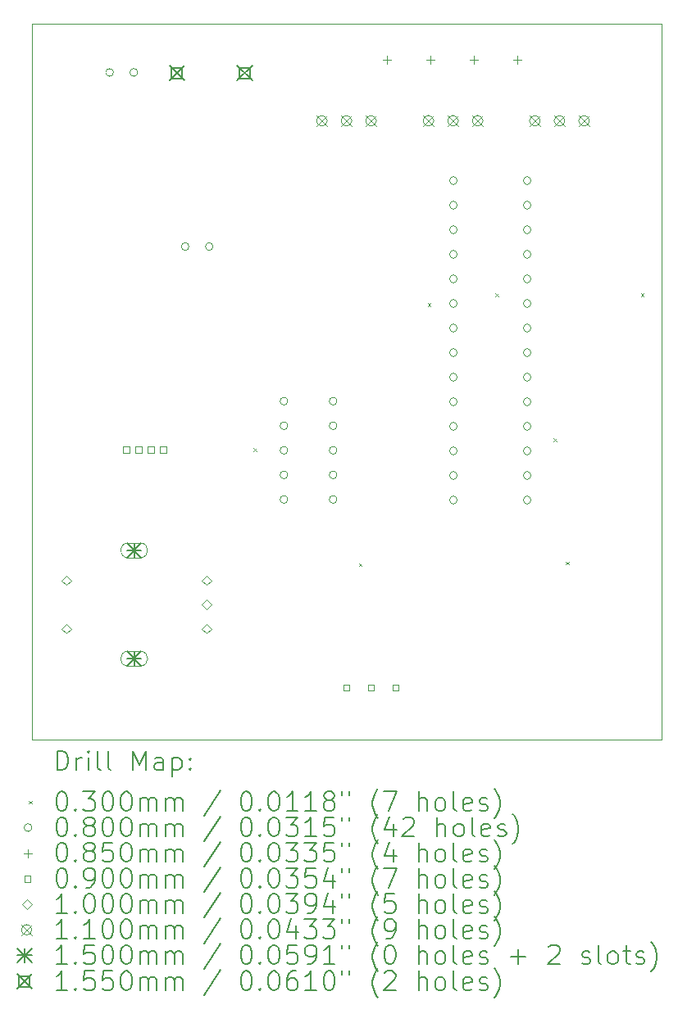
<source format=gbr>
%TF.GenerationSoftware,KiCad,Pcbnew,8.0.6*%
%TF.CreationDate,2025-02-22T19:18:32+01:00*%
%TF.ProjectId,DLA OCBEGO,444c4120-4f43-4424-9547-4f2e6b696361,rev?*%
%TF.SameCoordinates,Original*%
%TF.FileFunction,Drillmap*%
%TF.FilePolarity,Positive*%
%FSLAX45Y45*%
G04 Gerber Fmt 4.5, Leading zero omitted, Abs format (unit mm)*
G04 Created by KiCad (PCBNEW 8.0.6) date 2025-02-22 19:18:32*
%MOMM*%
%LPD*%
G01*
G04 APERTURE LIST*
%ADD10C,0.050000*%
%ADD11C,0.200000*%
%ADD12C,0.100000*%
%ADD13C,0.110000*%
%ADD14C,0.150000*%
%ADD15C,0.155000*%
G04 APERTURE END LIST*
D10*
X7300000Y-6200000D02*
X13800000Y-6200000D01*
X13800000Y-13600000D01*
X7300000Y-13600000D01*
X7300000Y-6200000D01*
D11*
D12*
X9585000Y-10585000D02*
X9615000Y-10615000D01*
X9615000Y-10585000D02*
X9585000Y-10615000D01*
X10672500Y-11772500D02*
X10702500Y-11802500D01*
X10702500Y-11772500D02*
X10672500Y-11802500D01*
X11385000Y-9085000D02*
X11415000Y-9115000D01*
X11415000Y-9085000D02*
X11385000Y-9115000D01*
X12085000Y-8985000D02*
X12115000Y-9015000D01*
X12115000Y-8985000D02*
X12085000Y-9015000D01*
X12685000Y-10485000D02*
X12715000Y-10515000D01*
X12715000Y-10485000D02*
X12685000Y-10515000D01*
X12811000Y-11759000D02*
X12841000Y-11789000D01*
X12841000Y-11759000D02*
X12811000Y-11789000D01*
X13585000Y-8985000D02*
X13615000Y-9015000D01*
X13615000Y-8985000D02*
X13585000Y-9015000D01*
X8140000Y-6700000D02*
G75*
G02*
X8060000Y-6700000I-40000J0D01*
G01*
X8060000Y-6700000D02*
G75*
G02*
X8140000Y-6700000I40000J0D01*
G01*
X8390000Y-6700000D02*
G75*
G02*
X8310000Y-6700000I-40000J0D01*
G01*
X8310000Y-6700000D02*
G75*
G02*
X8390000Y-6700000I40000J0D01*
G01*
X8919489Y-8500000D02*
G75*
G02*
X8839489Y-8500000I-40000J0D01*
G01*
X8839489Y-8500000D02*
G75*
G02*
X8919489Y-8500000I40000J0D01*
G01*
X9169489Y-8500000D02*
G75*
G02*
X9089489Y-8500000I-40000J0D01*
G01*
X9089489Y-8500000D02*
G75*
G02*
X9169489Y-8500000I40000J0D01*
G01*
X9940000Y-10098250D02*
G75*
G02*
X9860000Y-10098250I-40000J0D01*
G01*
X9860000Y-10098250D02*
G75*
G02*
X9940000Y-10098250I40000J0D01*
G01*
X9940000Y-10352250D02*
G75*
G02*
X9860000Y-10352250I-40000J0D01*
G01*
X9860000Y-10352250D02*
G75*
G02*
X9940000Y-10352250I40000J0D01*
G01*
X9940000Y-10606250D02*
G75*
G02*
X9860000Y-10606250I-40000J0D01*
G01*
X9860000Y-10606250D02*
G75*
G02*
X9940000Y-10606250I40000J0D01*
G01*
X9940000Y-10860250D02*
G75*
G02*
X9860000Y-10860250I-40000J0D01*
G01*
X9860000Y-10860250D02*
G75*
G02*
X9940000Y-10860250I40000J0D01*
G01*
X9940000Y-11114250D02*
G75*
G02*
X9860000Y-11114250I-40000J0D01*
G01*
X9860000Y-11114250D02*
G75*
G02*
X9940000Y-11114250I40000J0D01*
G01*
X10448000Y-10098250D02*
G75*
G02*
X10368000Y-10098250I-40000J0D01*
G01*
X10368000Y-10098250D02*
G75*
G02*
X10448000Y-10098250I40000J0D01*
G01*
X10448000Y-10352250D02*
G75*
G02*
X10368000Y-10352250I-40000J0D01*
G01*
X10368000Y-10352250D02*
G75*
G02*
X10448000Y-10352250I40000J0D01*
G01*
X10448000Y-10606250D02*
G75*
G02*
X10368000Y-10606250I-40000J0D01*
G01*
X10368000Y-10606250D02*
G75*
G02*
X10448000Y-10606250I40000J0D01*
G01*
X10448000Y-10860250D02*
G75*
G02*
X10368000Y-10860250I-40000J0D01*
G01*
X10368000Y-10860250D02*
G75*
G02*
X10448000Y-10860250I40000J0D01*
G01*
X10448000Y-11114250D02*
G75*
G02*
X10368000Y-11114250I-40000J0D01*
G01*
X10368000Y-11114250D02*
G75*
G02*
X10448000Y-11114250I40000J0D01*
G01*
X11690000Y-7818000D02*
G75*
G02*
X11610000Y-7818000I-40000J0D01*
G01*
X11610000Y-7818000D02*
G75*
G02*
X11690000Y-7818000I40000J0D01*
G01*
X11690000Y-8072000D02*
G75*
G02*
X11610000Y-8072000I-40000J0D01*
G01*
X11610000Y-8072000D02*
G75*
G02*
X11690000Y-8072000I40000J0D01*
G01*
X11690000Y-8326000D02*
G75*
G02*
X11610000Y-8326000I-40000J0D01*
G01*
X11610000Y-8326000D02*
G75*
G02*
X11690000Y-8326000I40000J0D01*
G01*
X11690000Y-8580000D02*
G75*
G02*
X11610000Y-8580000I-40000J0D01*
G01*
X11610000Y-8580000D02*
G75*
G02*
X11690000Y-8580000I40000J0D01*
G01*
X11690000Y-8834000D02*
G75*
G02*
X11610000Y-8834000I-40000J0D01*
G01*
X11610000Y-8834000D02*
G75*
G02*
X11690000Y-8834000I40000J0D01*
G01*
X11690000Y-9088000D02*
G75*
G02*
X11610000Y-9088000I-40000J0D01*
G01*
X11610000Y-9088000D02*
G75*
G02*
X11690000Y-9088000I40000J0D01*
G01*
X11690000Y-9342000D02*
G75*
G02*
X11610000Y-9342000I-40000J0D01*
G01*
X11610000Y-9342000D02*
G75*
G02*
X11690000Y-9342000I40000J0D01*
G01*
X11690000Y-9596000D02*
G75*
G02*
X11610000Y-9596000I-40000J0D01*
G01*
X11610000Y-9596000D02*
G75*
G02*
X11690000Y-9596000I40000J0D01*
G01*
X11690000Y-9850000D02*
G75*
G02*
X11610000Y-9850000I-40000J0D01*
G01*
X11610000Y-9850000D02*
G75*
G02*
X11690000Y-9850000I40000J0D01*
G01*
X11690000Y-10104000D02*
G75*
G02*
X11610000Y-10104000I-40000J0D01*
G01*
X11610000Y-10104000D02*
G75*
G02*
X11690000Y-10104000I40000J0D01*
G01*
X11690000Y-10358000D02*
G75*
G02*
X11610000Y-10358000I-40000J0D01*
G01*
X11610000Y-10358000D02*
G75*
G02*
X11690000Y-10358000I40000J0D01*
G01*
X11690000Y-10612000D02*
G75*
G02*
X11610000Y-10612000I-40000J0D01*
G01*
X11610000Y-10612000D02*
G75*
G02*
X11690000Y-10612000I40000J0D01*
G01*
X11690000Y-10866000D02*
G75*
G02*
X11610000Y-10866000I-40000J0D01*
G01*
X11610000Y-10866000D02*
G75*
G02*
X11690000Y-10866000I40000J0D01*
G01*
X11690000Y-11120000D02*
G75*
G02*
X11610000Y-11120000I-40000J0D01*
G01*
X11610000Y-11120000D02*
G75*
G02*
X11690000Y-11120000I40000J0D01*
G01*
X12452000Y-7818000D02*
G75*
G02*
X12372000Y-7818000I-40000J0D01*
G01*
X12372000Y-7818000D02*
G75*
G02*
X12452000Y-7818000I40000J0D01*
G01*
X12452000Y-8072000D02*
G75*
G02*
X12372000Y-8072000I-40000J0D01*
G01*
X12372000Y-8072000D02*
G75*
G02*
X12452000Y-8072000I40000J0D01*
G01*
X12452000Y-8326000D02*
G75*
G02*
X12372000Y-8326000I-40000J0D01*
G01*
X12372000Y-8326000D02*
G75*
G02*
X12452000Y-8326000I40000J0D01*
G01*
X12452000Y-8580000D02*
G75*
G02*
X12372000Y-8580000I-40000J0D01*
G01*
X12372000Y-8580000D02*
G75*
G02*
X12452000Y-8580000I40000J0D01*
G01*
X12452000Y-8834000D02*
G75*
G02*
X12372000Y-8834000I-40000J0D01*
G01*
X12372000Y-8834000D02*
G75*
G02*
X12452000Y-8834000I40000J0D01*
G01*
X12452000Y-9088000D02*
G75*
G02*
X12372000Y-9088000I-40000J0D01*
G01*
X12372000Y-9088000D02*
G75*
G02*
X12452000Y-9088000I40000J0D01*
G01*
X12452000Y-9342000D02*
G75*
G02*
X12372000Y-9342000I-40000J0D01*
G01*
X12372000Y-9342000D02*
G75*
G02*
X12452000Y-9342000I40000J0D01*
G01*
X12452000Y-9596000D02*
G75*
G02*
X12372000Y-9596000I-40000J0D01*
G01*
X12372000Y-9596000D02*
G75*
G02*
X12452000Y-9596000I40000J0D01*
G01*
X12452000Y-9850000D02*
G75*
G02*
X12372000Y-9850000I-40000J0D01*
G01*
X12372000Y-9850000D02*
G75*
G02*
X12452000Y-9850000I40000J0D01*
G01*
X12452000Y-10104000D02*
G75*
G02*
X12372000Y-10104000I-40000J0D01*
G01*
X12372000Y-10104000D02*
G75*
G02*
X12452000Y-10104000I40000J0D01*
G01*
X12452000Y-10358000D02*
G75*
G02*
X12372000Y-10358000I-40000J0D01*
G01*
X12372000Y-10358000D02*
G75*
G02*
X12452000Y-10358000I40000J0D01*
G01*
X12452000Y-10612000D02*
G75*
G02*
X12372000Y-10612000I-40000J0D01*
G01*
X12372000Y-10612000D02*
G75*
G02*
X12452000Y-10612000I40000J0D01*
G01*
X12452000Y-10866000D02*
G75*
G02*
X12372000Y-10866000I-40000J0D01*
G01*
X12372000Y-10866000D02*
G75*
G02*
X12452000Y-10866000I40000J0D01*
G01*
X12452000Y-11120000D02*
G75*
G02*
X12372000Y-11120000I-40000J0D01*
G01*
X12372000Y-11120000D02*
G75*
G02*
X12452000Y-11120000I40000J0D01*
G01*
X10962076Y-6525605D02*
X10962076Y-6610605D01*
X10919576Y-6568105D02*
X11004576Y-6568105D01*
X11412076Y-6525605D02*
X11412076Y-6610605D01*
X11369576Y-6568105D02*
X11454576Y-6568105D01*
X11862076Y-6525605D02*
X11862076Y-6610605D01*
X11819576Y-6568105D02*
X11904576Y-6568105D01*
X12312076Y-6525605D02*
X12312076Y-6610605D01*
X12269576Y-6568105D02*
X12354576Y-6568105D01*
X8304820Y-10631820D02*
X8304820Y-10568180D01*
X8241180Y-10568180D01*
X8241180Y-10631820D01*
X8304820Y-10631820D01*
X8431820Y-10631820D02*
X8431820Y-10568180D01*
X8368180Y-10568180D01*
X8368180Y-10631820D01*
X8431820Y-10631820D01*
X8558820Y-10631820D02*
X8558820Y-10568180D01*
X8495180Y-10568180D01*
X8495180Y-10631820D01*
X8558820Y-10631820D01*
X8685820Y-10631820D02*
X8685820Y-10568180D01*
X8622180Y-10568180D01*
X8622180Y-10631820D01*
X8685820Y-10631820D01*
X10577820Y-13089320D02*
X10577820Y-13025680D01*
X10514180Y-13025680D01*
X10514180Y-13089320D01*
X10577820Y-13089320D01*
X10831820Y-13089320D02*
X10831820Y-13025680D01*
X10768180Y-13025680D01*
X10768180Y-13089320D01*
X10831820Y-13089320D01*
X11085820Y-13089320D02*
X11085820Y-13025680D01*
X11022180Y-13025680D01*
X11022180Y-13089320D01*
X11085820Y-13089320D01*
X7653098Y-12000000D02*
X7703098Y-11950000D01*
X7653098Y-11900000D01*
X7603098Y-11950000D01*
X7653098Y-12000000D01*
X7653098Y-12500000D02*
X7703098Y-12450000D01*
X7653098Y-12400000D01*
X7603098Y-12450000D01*
X7653098Y-12500000D01*
X9103098Y-12000000D02*
X9153098Y-11950000D01*
X9103098Y-11900000D01*
X9053098Y-11950000D01*
X9103098Y-12000000D01*
X9103098Y-12250000D02*
X9153098Y-12200000D01*
X9103098Y-12150000D01*
X9053098Y-12200000D01*
X9103098Y-12250000D01*
X9103098Y-12500000D02*
X9153098Y-12450000D01*
X9103098Y-12400000D01*
X9053098Y-12450000D01*
X9103098Y-12500000D01*
D13*
X10237000Y-7145000D02*
X10347000Y-7255000D01*
X10347000Y-7145000D02*
X10237000Y-7255000D01*
X10347000Y-7200000D02*
G75*
G02*
X10237000Y-7200000I-55000J0D01*
G01*
X10237000Y-7200000D02*
G75*
G02*
X10347000Y-7200000I55000J0D01*
G01*
X10491000Y-7145000D02*
X10601000Y-7255000D01*
X10601000Y-7145000D02*
X10491000Y-7255000D01*
X10601000Y-7200000D02*
G75*
G02*
X10491000Y-7200000I-55000J0D01*
G01*
X10491000Y-7200000D02*
G75*
G02*
X10601000Y-7200000I55000J0D01*
G01*
X10745000Y-7145000D02*
X10855000Y-7255000D01*
X10855000Y-7145000D02*
X10745000Y-7255000D01*
X10855000Y-7200000D02*
G75*
G02*
X10745000Y-7200000I-55000J0D01*
G01*
X10745000Y-7200000D02*
G75*
G02*
X10855000Y-7200000I55000J0D01*
G01*
X11337000Y-7145000D02*
X11447000Y-7255000D01*
X11447000Y-7145000D02*
X11337000Y-7255000D01*
X11447000Y-7200000D02*
G75*
G02*
X11337000Y-7200000I-55000J0D01*
G01*
X11337000Y-7200000D02*
G75*
G02*
X11447000Y-7200000I55000J0D01*
G01*
X11591000Y-7145000D02*
X11701000Y-7255000D01*
X11701000Y-7145000D02*
X11591000Y-7255000D01*
X11701000Y-7200000D02*
G75*
G02*
X11591000Y-7200000I-55000J0D01*
G01*
X11591000Y-7200000D02*
G75*
G02*
X11701000Y-7200000I55000J0D01*
G01*
X11845000Y-7145000D02*
X11955000Y-7255000D01*
X11955000Y-7145000D02*
X11845000Y-7255000D01*
X11955000Y-7200000D02*
G75*
G02*
X11845000Y-7200000I-55000J0D01*
G01*
X11845000Y-7200000D02*
G75*
G02*
X11955000Y-7200000I55000J0D01*
G01*
X12437000Y-7145000D02*
X12547000Y-7255000D01*
X12547000Y-7145000D02*
X12437000Y-7255000D01*
X12547000Y-7200000D02*
G75*
G02*
X12437000Y-7200000I-55000J0D01*
G01*
X12437000Y-7200000D02*
G75*
G02*
X12547000Y-7200000I55000J0D01*
G01*
X12691000Y-7145000D02*
X12801000Y-7255000D01*
X12801000Y-7145000D02*
X12691000Y-7255000D01*
X12801000Y-7200000D02*
G75*
G02*
X12691000Y-7200000I-55000J0D01*
G01*
X12691000Y-7200000D02*
G75*
G02*
X12801000Y-7200000I55000J0D01*
G01*
X12945000Y-7145000D02*
X13055000Y-7255000D01*
X13055000Y-7145000D02*
X12945000Y-7255000D01*
X13055000Y-7200000D02*
G75*
G02*
X12945000Y-7200000I-55000J0D01*
G01*
X12945000Y-7200000D02*
G75*
G02*
X13055000Y-7200000I55000J0D01*
G01*
D14*
X8278098Y-11565000D02*
X8428098Y-11715000D01*
X8428098Y-11565000D02*
X8278098Y-11715000D01*
X8353098Y-11565000D02*
X8353098Y-11715000D01*
X8278098Y-11640000D02*
X8428098Y-11640000D01*
D12*
X8418098Y-11565000D02*
X8288098Y-11565000D01*
X8288098Y-11715000D02*
G75*
G02*
X8288098Y-11565000I0J75000D01*
G01*
X8288098Y-11715000D02*
X8418098Y-11715000D01*
X8418098Y-11715000D02*
G75*
G03*
X8418098Y-11565000I0J75000D01*
G01*
D14*
X8278098Y-12685000D02*
X8428098Y-12835000D01*
X8428098Y-12685000D02*
X8278098Y-12835000D01*
X8353098Y-12685000D02*
X8353098Y-12835000D01*
X8278098Y-12760000D02*
X8428098Y-12760000D01*
D12*
X8418098Y-12685000D02*
X8288098Y-12685000D01*
X8288098Y-12835000D02*
G75*
G02*
X8288098Y-12685000I0J75000D01*
G01*
X8288098Y-12835000D02*
X8418098Y-12835000D01*
X8418098Y-12835000D02*
G75*
G03*
X8418098Y-12685000I0J75000D01*
G01*
D15*
X8718500Y-6628000D02*
X8873500Y-6783000D01*
X8873500Y-6628000D02*
X8718500Y-6783000D01*
X8850801Y-6760301D02*
X8850801Y-6650699D01*
X8741199Y-6650699D01*
X8741199Y-6760301D01*
X8850801Y-6760301D01*
X9418500Y-6628000D02*
X9573500Y-6783000D01*
X9573500Y-6628000D02*
X9418500Y-6783000D01*
X9550801Y-6760301D02*
X9550801Y-6650699D01*
X9441199Y-6650699D01*
X9441199Y-6760301D01*
X9550801Y-6760301D01*
D11*
X7558277Y-13913984D02*
X7558277Y-13713984D01*
X7558277Y-13713984D02*
X7605896Y-13713984D01*
X7605896Y-13713984D02*
X7634467Y-13723508D01*
X7634467Y-13723508D02*
X7653515Y-13742555D01*
X7653515Y-13742555D02*
X7663039Y-13761603D01*
X7663039Y-13761603D02*
X7672562Y-13799698D01*
X7672562Y-13799698D02*
X7672562Y-13828269D01*
X7672562Y-13828269D02*
X7663039Y-13866365D01*
X7663039Y-13866365D02*
X7653515Y-13885412D01*
X7653515Y-13885412D02*
X7634467Y-13904460D01*
X7634467Y-13904460D02*
X7605896Y-13913984D01*
X7605896Y-13913984D02*
X7558277Y-13913984D01*
X7758277Y-13913984D02*
X7758277Y-13780650D01*
X7758277Y-13818746D02*
X7767801Y-13799698D01*
X7767801Y-13799698D02*
X7777324Y-13790174D01*
X7777324Y-13790174D02*
X7796372Y-13780650D01*
X7796372Y-13780650D02*
X7815420Y-13780650D01*
X7882086Y-13913984D02*
X7882086Y-13780650D01*
X7882086Y-13713984D02*
X7872562Y-13723508D01*
X7872562Y-13723508D02*
X7882086Y-13733031D01*
X7882086Y-13733031D02*
X7891610Y-13723508D01*
X7891610Y-13723508D02*
X7882086Y-13713984D01*
X7882086Y-13713984D02*
X7882086Y-13733031D01*
X8005896Y-13913984D02*
X7986848Y-13904460D01*
X7986848Y-13904460D02*
X7977324Y-13885412D01*
X7977324Y-13885412D02*
X7977324Y-13713984D01*
X8110658Y-13913984D02*
X8091610Y-13904460D01*
X8091610Y-13904460D02*
X8082086Y-13885412D01*
X8082086Y-13885412D02*
X8082086Y-13713984D01*
X8339229Y-13913984D02*
X8339229Y-13713984D01*
X8339229Y-13713984D02*
X8405896Y-13856841D01*
X8405896Y-13856841D02*
X8472563Y-13713984D01*
X8472563Y-13713984D02*
X8472563Y-13913984D01*
X8653515Y-13913984D02*
X8653515Y-13809222D01*
X8653515Y-13809222D02*
X8643991Y-13790174D01*
X8643991Y-13790174D02*
X8624944Y-13780650D01*
X8624944Y-13780650D02*
X8586848Y-13780650D01*
X8586848Y-13780650D02*
X8567801Y-13790174D01*
X8653515Y-13904460D02*
X8634467Y-13913984D01*
X8634467Y-13913984D02*
X8586848Y-13913984D01*
X8586848Y-13913984D02*
X8567801Y-13904460D01*
X8567801Y-13904460D02*
X8558277Y-13885412D01*
X8558277Y-13885412D02*
X8558277Y-13866365D01*
X8558277Y-13866365D02*
X8567801Y-13847317D01*
X8567801Y-13847317D02*
X8586848Y-13837793D01*
X8586848Y-13837793D02*
X8634467Y-13837793D01*
X8634467Y-13837793D02*
X8653515Y-13828269D01*
X8748753Y-13780650D02*
X8748753Y-13980650D01*
X8748753Y-13790174D02*
X8767801Y-13780650D01*
X8767801Y-13780650D02*
X8805896Y-13780650D01*
X8805896Y-13780650D02*
X8824944Y-13790174D01*
X8824944Y-13790174D02*
X8834467Y-13799698D01*
X8834467Y-13799698D02*
X8843991Y-13818746D01*
X8843991Y-13818746D02*
X8843991Y-13875888D01*
X8843991Y-13875888D02*
X8834467Y-13894936D01*
X8834467Y-13894936D02*
X8824944Y-13904460D01*
X8824944Y-13904460D02*
X8805896Y-13913984D01*
X8805896Y-13913984D02*
X8767801Y-13913984D01*
X8767801Y-13913984D02*
X8748753Y-13904460D01*
X8929705Y-13894936D02*
X8939229Y-13904460D01*
X8939229Y-13904460D02*
X8929705Y-13913984D01*
X8929705Y-13913984D02*
X8920182Y-13904460D01*
X8920182Y-13904460D02*
X8929705Y-13894936D01*
X8929705Y-13894936D02*
X8929705Y-13913984D01*
X8929705Y-13790174D02*
X8939229Y-13799698D01*
X8939229Y-13799698D02*
X8929705Y-13809222D01*
X8929705Y-13809222D02*
X8920182Y-13799698D01*
X8920182Y-13799698D02*
X8929705Y-13790174D01*
X8929705Y-13790174D02*
X8929705Y-13809222D01*
D12*
X7267500Y-14227500D02*
X7297500Y-14257500D01*
X7297500Y-14227500D02*
X7267500Y-14257500D01*
D11*
X7596372Y-14133984D02*
X7615420Y-14133984D01*
X7615420Y-14133984D02*
X7634467Y-14143508D01*
X7634467Y-14143508D02*
X7643991Y-14153031D01*
X7643991Y-14153031D02*
X7653515Y-14172079D01*
X7653515Y-14172079D02*
X7663039Y-14210174D01*
X7663039Y-14210174D02*
X7663039Y-14257793D01*
X7663039Y-14257793D02*
X7653515Y-14295888D01*
X7653515Y-14295888D02*
X7643991Y-14314936D01*
X7643991Y-14314936D02*
X7634467Y-14324460D01*
X7634467Y-14324460D02*
X7615420Y-14333984D01*
X7615420Y-14333984D02*
X7596372Y-14333984D01*
X7596372Y-14333984D02*
X7577324Y-14324460D01*
X7577324Y-14324460D02*
X7567801Y-14314936D01*
X7567801Y-14314936D02*
X7558277Y-14295888D01*
X7558277Y-14295888D02*
X7548753Y-14257793D01*
X7548753Y-14257793D02*
X7548753Y-14210174D01*
X7548753Y-14210174D02*
X7558277Y-14172079D01*
X7558277Y-14172079D02*
X7567801Y-14153031D01*
X7567801Y-14153031D02*
X7577324Y-14143508D01*
X7577324Y-14143508D02*
X7596372Y-14133984D01*
X7748753Y-14314936D02*
X7758277Y-14324460D01*
X7758277Y-14324460D02*
X7748753Y-14333984D01*
X7748753Y-14333984D02*
X7739229Y-14324460D01*
X7739229Y-14324460D02*
X7748753Y-14314936D01*
X7748753Y-14314936D02*
X7748753Y-14333984D01*
X7824943Y-14133984D02*
X7948753Y-14133984D01*
X7948753Y-14133984D02*
X7882086Y-14210174D01*
X7882086Y-14210174D02*
X7910658Y-14210174D01*
X7910658Y-14210174D02*
X7929705Y-14219698D01*
X7929705Y-14219698D02*
X7939229Y-14229222D01*
X7939229Y-14229222D02*
X7948753Y-14248269D01*
X7948753Y-14248269D02*
X7948753Y-14295888D01*
X7948753Y-14295888D02*
X7939229Y-14314936D01*
X7939229Y-14314936D02*
X7929705Y-14324460D01*
X7929705Y-14324460D02*
X7910658Y-14333984D01*
X7910658Y-14333984D02*
X7853515Y-14333984D01*
X7853515Y-14333984D02*
X7834467Y-14324460D01*
X7834467Y-14324460D02*
X7824943Y-14314936D01*
X8072562Y-14133984D02*
X8091610Y-14133984D01*
X8091610Y-14133984D02*
X8110658Y-14143508D01*
X8110658Y-14143508D02*
X8120182Y-14153031D01*
X8120182Y-14153031D02*
X8129705Y-14172079D01*
X8129705Y-14172079D02*
X8139229Y-14210174D01*
X8139229Y-14210174D02*
X8139229Y-14257793D01*
X8139229Y-14257793D02*
X8129705Y-14295888D01*
X8129705Y-14295888D02*
X8120182Y-14314936D01*
X8120182Y-14314936D02*
X8110658Y-14324460D01*
X8110658Y-14324460D02*
X8091610Y-14333984D01*
X8091610Y-14333984D02*
X8072562Y-14333984D01*
X8072562Y-14333984D02*
X8053515Y-14324460D01*
X8053515Y-14324460D02*
X8043991Y-14314936D01*
X8043991Y-14314936D02*
X8034467Y-14295888D01*
X8034467Y-14295888D02*
X8024943Y-14257793D01*
X8024943Y-14257793D02*
X8024943Y-14210174D01*
X8024943Y-14210174D02*
X8034467Y-14172079D01*
X8034467Y-14172079D02*
X8043991Y-14153031D01*
X8043991Y-14153031D02*
X8053515Y-14143508D01*
X8053515Y-14143508D02*
X8072562Y-14133984D01*
X8263039Y-14133984D02*
X8282086Y-14133984D01*
X8282086Y-14133984D02*
X8301134Y-14143508D01*
X8301134Y-14143508D02*
X8310658Y-14153031D01*
X8310658Y-14153031D02*
X8320182Y-14172079D01*
X8320182Y-14172079D02*
X8329705Y-14210174D01*
X8329705Y-14210174D02*
X8329705Y-14257793D01*
X8329705Y-14257793D02*
X8320182Y-14295888D01*
X8320182Y-14295888D02*
X8310658Y-14314936D01*
X8310658Y-14314936D02*
X8301134Y-14324460D01*
X8301134Y-14324460D02*
X8282086Y-14333984D01*
X8282086Y-14333984D02*
X8263039Y-14333984D01*
X8263039Y-14333984D02*
X8243991Y-14324460D01*
X8243991Y-14324460D02*
X8234467Y-14314936D01*
X8234467Y-14314936D02*
X8224943Y-14295888D01*
X8224943Y-14295888D02*
X8215420Y-14257793D01*
X8215420Y-14257793D02*
X8215420Y-14210174D01*
X8215420Y-14210174D02*
X8224943Y-14172079D01*
X8224943Y-14172079D02*
X8234467Y-14153031D01*
X8234467Y-14153031D02*
X8243991Y-14143508D01*
X8243991Y-14143508D02*
X8263039Y-14133984D01*
X8415420Y-14333984D02*
X8415420Y-14200650D01*
X8415420Y-14219698D02*
X8424944Y-14210174D01*
X8424944Y-14210174D02*
X8443991Y-14200650D01*
X8443991Y-14200650D02*
X8472563Y-14200650D01*
X8472563Y-14200650D02*
X8491610Y-14210174D01*
X8491610Y-14210174D02*
X8501134Y-14229222D01*
X8501134Y-14229222D02*
X8501134Y-14333984D01*
X8501134Y-14229222D02*
X8510658Y-14210174D01*
X8510658Y-14210174D02*
X8529705Y-14200650D01*
X8529705Y-14200650D02*
X8558277Y-14200650D01*
X8558277Y-14200650D02*
X8577325Y-14210174D01*
X8577325Y-14210174D02*
X8586848Y-14229222D01*
X8586848Y-14229222D02*
X8586848Y-14333984D01*
X8682086Y-14333984D02*
X8682086Y-14200650D01*
X8682086Y-14219698D02*
X8691610Y-14210174D01*
X8691610Y-14210174D02*
X8710658Y-14200650D01*
X8710658Y-14200650D02*
X8739229Y-14200650D01*
X8739229Y-14200650D02*
X8758277Y-14210174D01*
X8758277Y-14210174D02*
X8767801Y-14229222D01*
X8767801Y-14229222D02*
X8767801Y-14333984D01*
X8767801Y-14229222D02*
X8777325Y-14210174D01*
X8777325Y-14210174D02*
X8796372Y-14200650D01*
X8796372Y-14200650D02*
X8824944Y-14200650D01*
X8824944Y-14200650D02*
X8843991Y-14210174D01*
X8843991Y-14210174D02*
X8853515Y-14229222D01*
X8853515Y-14229222D02*
X8853515Y-14333984D01*
X9243991Y-14124460D02*
X9072563Y-14381603D01*
X9501134Y-14133984D02*
X9520182Y-14133984D01*
X9520182Y-14133984D02*
X9539229Y-14143508D01*
X9539229Y-14143508D02*
X9548753Y-14153031D01*
X9548753Y-14153031D02*
X9558277Y-14172079D01*
X9558277Y-14172079D02*
X9567801Y-14210174D01*
X9567801Y-14210174D02*
X9567801Y-14257793D01*
X9567801Y-14257793D02*
X9558277Y-14295888D01*
X9558277Y-14295888D02*
X9548753Y-14314936D01*
X9548753Y-14314936D02*
X9539229Y-14324460D01*
X9539229Y-14324460D02*
X9520182Y-14333984D01*
X9520182Y-14333984D02*
X9501134Y-14333984D01*
X9501134Y-14333984D02*
X9482087Y-14324460D01*
X9482087Y-14324460D02*
X9472563Y-14314936D01*
X9472563Y-14314936D02*
X9463039Y-14295888D01*
X9463039Y-14295888D02*
X9453515Y-14257793D01*
X9453515Y-14257793D02*
X9453515Y-14210174D01*
X9453515Y-14210174D02*
X9463039Y-14172079D01*
X9463039Y-14172079D02*
X9472563Y-14153031D01*
X9472563Y-14153031D02*
X9482087Y-14143508D01*
X9482087Y-14143508D02*
X9501134Y-14133984D01*
X9653515Y-14314936D02*
X9663039Y-14324460D01*
X9663039Y-14324460D02*
X9653515Y-14333984D01*
X9653515Y-14333984D02*
X9643991Y-14324460D01*
X9643991Y-14324460D02*
X9653515Y-14314936D01*
X9653515Y-14314936D02*
X9653515Y-14333984D01*
X9786848Y-14133984D02*
X9805896Y-14133984D01*
X9805896Y-14133984D02*
X9824944Y-14143508D01*
X9824944Y-14143508D02*
X9834468Y-14153031D01*
X9834468Y-14153031D02*
X9843991Y-14172079D01*
X9843991Y-14172079D02*
X9853515Y-14210174D01*
X9853515Y-14210174D02*
X9853515Y-14257793D01*
X9853515Y-14257793D02*
X9843991Y-14295888D01*
X9843991Y-14295888D02*
X9834468Y-14314936D01*
X9834468Y-14314936D02*
X9824944Y-14324460D01*
X9824944Y-14324460D02*
X9805896Y-14333984D01*
X9805896Y-14333984D02*
X9786848Y-14333984D01*
X9786848Y-14333984D02*
X9767801Y-14324460D01*
X9767801Y-14324460D02*
X9758277Y-14314936D01*
X9758277Y-14314936D02*
X9748753Y-14295888D01*
X9748753Y-14295888D02*
X9739229Y-14257793D01*
X9739229Y-14257793D02*
X9739229Y-14210174D01*
X9739229Y-14210174D02*
X9748753Y-14172079D01*
X9748753Y-14172079D02*
X9758277Y-14153031D01*
X9758277Y-14153031D02*
X9767801Y-14143508D01*
X9767801Y-14143508D02*
X9786848Y-14133984D01*
X10043991Y-14333984D02*
X9929706Y-14333984D01*
X9986848Y-14333984D02*
X9986848Y-14133984D01*
X9986848Y-14133984D02*
X9967801Y-14162555D01*
X9967801Y-14162555D02*
X9948753Y-14181603D01*
X9948753Y-14181603D02*
X9929706Y-14191127D01*
X10234468Y-14333984D02*
X10120182Y-14333984D01*
X10177325Y-14333984D02*
X10177325Y-14133984D01*
X10177325Y-14133984D02*
X10158277Y-14162555D01*
X10158277Y-14162555D02*
X10139229Y-14181603D01*
X10139229Y-14181603D02*
X10120182Y-14191127D01*
X10348753Y-14219698D02*
X10329706Y-14210174D01*
X10329706Y-14210174D02*
X10320182Y-14200650D01*
X10320182Y-14200650D02*
X10310658Y-14181603D01*
X10310658Y-14181603D02*
X10310658Y-14172079D01*
X10310658Y-14172079D02*
X10320182Y-14153031D01*
X10320182Y-14153031D02*
X10329706Y-14143508D01*
X10329706Y-14143508D02*
X10348753Y-14133984D01*
X10348753Y-14133984D02*
X10386849Y-14133984D01*
X10386849Y-14133984D02*
X10405896Y-14143508D01*
X10405896Y-14143508D02*
X10415420Y-14153031D01*
X10415420Y-14153031D02*
X10424944Y-14172079D01*
X10424944Y-14172079D02*
X10424944Y-14181603D01*
X10424944Y-14181603D02*
X10415420Y-14200650D01*
X10415420Y-14200650D02*
X10405896Y-14210174D01*
X10405896Y-14210174D02*
X10386849Y-14219698D01*
X10386849Y-14219698D02*
X10348753Y-14219698D01*
X10348753Y-14219698D02*
X10329706Y-14229222D01*
X10329706Y-14229222D02*
X10320182Y-14238746D01*
X10320182Y-14238746D02*
X10310658Y-14257793D01*
X10310658Y-14257793D02*
X10310658Y-14295888D01*
X10310658Y-14295888D02*
X10320182Y-14314936D01*
X10320182Y-14314936D02*
X10329706Y-14324460D01*
X10329706Y-14324460D02*
X10348753Y-14333984D01*
X10348753Y-14333984D02*
X10386849Y-14333984D01*
X10386849Y-14333984D02*
X10405896Y-14324460D01*
X10405896Y-14324460D02*
X10415420Y-14314936D01*
X10415420Y-14314936D02*
X10424944Y-14295888D01*
X10424944Y-14295888D02*
X10424944Y-14257793D01*
X10424944Y-14257793D02*
X10415420Y-14238746D01*
X10415420Y-14238746D02*
X10405896Y-14229222D01*
X10405896Y-14229222D02*
X10386849Y-14219698D01*
X10501134Y-14133984D02*
X10501134Y-14172079D01*
X10577325Y-14133984D02*
X10577325Y-14172079D01*
X10872563Y-14410174D02*
X10863039Y-14400650D01*
X10863039Y-14400650D02*
X10843991Y-14372079D01*
X10843991Y-14372079D02*
X10834468Y-14353031D01*
X10834468Y-14353031D02*
X10824944Y-14324460D01*
X10824944Y-14324460D02*
X10815420Y-14276841D01*
X10815420Y-14276841D02*
X10815420Y-14238746D01*
X10815420Y-14238746D02*
X10824944Y-14191127D01*
X10824944Y-14191127D02*
X10834468Y-14162555D01*
X10834468Y-14162555D02*
X10843991Y-14143508D01*
X10843991Y-14143508D02*
X10863039Y-14114936D01*
X10863039Y-14114936D02*
X10872563Y-14105412D01*
X10929706Y-14133984D02*
X11063039Y-14133984D01*
X11063039Y-14133984D02*
X10977325Y-14333984D01*
X11291610Y-14333984D02*
X11291610Y-14133984D01*
X11377325Y-14333984D02*
X11377325Y-14229222D01*
X11377325Y-14229222D02*
X11367801Y-14210174D01*
X11367801Y-14210174D02*
X11348753Y-14200650D01*
X11348753Y-14200650D02*
X11320182Y-14200650D01*
X11320182Y-14200650D02*
X11301134Y-14210174D01*
X11301134Y-14210174D02*
X11291610Y-14219698D01*
X11501134Y-14333984D02*
X11482087Y-14324460D01*
X11482087Y-14324460D02*
X11472563Y-14314936D01*
X11472563Y-14314936D02*
X11463039Y-14295888D01*
X11463039Y-14295888D02*
X11463039Y-14238746D01*
X11463039Y-14238746D02*
X11472563Y-14219698D01*
X11472563Y-14219698D02*
X11482087Y-14210174D01*
X11482087Y-14210174D02*
X11501134Y-14200650D01*
X11501134Y-14200650D02*
X11529706Y-14200650D01*
X11529706Y-14200650D02*
X11548753Y-14210174D01*
X11548753Y-14210174D02*
X11558277Y-14219698D01*
X11558277Y-14219698D02*
X11567801Y-14238746D01*
X11567801Y-14238746D02*
X11567801Y-14295888D01*
X11567801Y-14295888D02*
X11558277Y-14314936D01*
X11558277Y-14314936D02*
X11548753Y-14324460D01*
X11548753Y-14324460D02*
X11529706Y-14333984D01*
X11529706Y-14333984D02*
X11501134Y-14333984D01*
X11682087Y-14333984D02*
X11663039Y-14324460D01*
X11663039Y-14324460D02*
X11653515Y-14305412D01*
X11653515Y-14305412D02*
X11653515Y-14133984D01*
X11834468Y-14324460D02*
X11815420Y-14333984D01*
X11815420Y-14333984D02*
X11777325Y-14333984D01*
X11777325Y-14333984D02*
X11758277Y-14324460D01*
X11758277Y-14324460D02*
X11748753Y-14305412D01*
X11748753Y-14305412D02*
X11748753Y-14229222D01*
X11748753Y-14229222D02*
X11758277Y-14210174D01*
X11758277Y-14210174D02*
X11777325Y-14200650D01*
X11777325Y-14200650D02*
X11815420Y-14200650D01*
X11815420Y-14200650D02*
X11834468Y-14210174D01*
X11834468Y-14210174D02*
X11843991Y-14229222D01*
X11843991Y-14229222D02*
X11843991Y-14248269D01*
X11843991Y-14248269D02*
X11748753Y-14267317D01*
X11920182Y-14324460D02*
X11939230Y-14333984D01*
X11939230Y-14333984D02*
X11977325Y-14333984D01*
X11977325Y-14333984D02*
X11996372Y-14324460D01*
X11996372Y-14324460D02*
X12005896Y-14305412D01*
X12005896Y-14305412D02*
X12005896Y-14295888D01*
X12005896Y-14295888D02*
X11996372Y-14276841D01*
X11996372Y-14276841D02*
X11977325Y-14267317D01*
X11977325Y-14267317D02*
X11948753Y-14267317D01*
X11948753Y-14267317D02*
X11929706Y-14257793D01*
X11929706Y-14257793D02*
X11920182Y-14238746D01*
X11920182Y-14238746D02*
X11920182Y-14229222D01*
X11920182Y-14229222D02*
X11929706Y-14210174D01*
X11929706Y-14210174D02*
X11948753Y-14200650D01*
X11948753Y-14200650D02*
X11977325Y-14200650D01*
X11977325Y-14200650D02*
X11996372Y-14210174D01*
X12072563Y-14410174D02*
X12082087Y-14400650D01*
X12082087Y-14400650D02*
X12101134Y-14372079D01*
X12101134Y-14372079D02*
X12110658Y-14353031D01*
X12110658Y-14353031D02*
X12120182Y-14324460D01*
X12120182Y-14324460D02*
X12129706Y-14276841D01*
X12129706Y-14276841D02*
X12129706Y-14238746D01*
X12129706Y-14238746D02*
X12120182Y-14191127D01*
X12120182Y-14191127D02*
X12110658Y-14162555D01*
X12110658Y-14162555D02*
X12101134Y-14143508D01*
X12101134Y-14143508D02*
X12082087Y-14114936D01*
X12082087Y-14114936D02*
X12072563Y-14105412D01*
D12*
X7297500Y-14506500D02*
G75*
G02*
X7217500Y-14506500I-40000J0D01*
G01*
X7217500Y-14506500D02*
G75*
G02*
X7297500Y-14506500I40000J0D01*
G01*
D11*
X7596372Y-14397984D02*
X7615420Y-14397984D01*
X7615420Y-14397984D02*
X7634467Y-14407508D01*
X7634467Y-14407508D02*
X7643991Y-14417031D01*
X7643991Y-14417031D02*
X7653515Y-14436079D01*
X7653515Y-14436079D02*
X7663039Y-14474174D01*
X7663039Y-14474174D02*
X7663039Y-14521793D01*
X7663039Y-14521793D02*
X7653515Y-14559888D01*
X7653515Y-14559888D02*
X7643991Y-14578936D01*
X7643991Y-14578936D02*
X7634467Y-14588460D01*
X7634467Y-14588460D02*
X7615420Y-14597984D01*
X7615420Y-14597984D02*
X7596372Y-14597984D01*
X7596372Y-14597984D02*
X7577324Y-14588460D01*
X7577324Y-14588460D02*
X7567801Y-14578936D01*
X7567801Y-14578936D02*
X7558277Y-14559888D01*
X7558277Y-14559888D02*
X7548753Y-14521793D01*
X7548753Y-14521793D02*
X7548753Y-14474174D01*
X7548753Y-14474174D02*
X7558277Y-14436079D01*
X7558277Y-14436079D02*
X7567801Y-14417031D01*
X7567801Y-14417031D02*
X7577324Y-14407508D01*
X7577324Y-14407508D02*
X7596372Y-14397984D01*
X7748753Y-14578936D02*
X7758277Y-14588460D01*
X7758277Y-14588460D02*
X7748753Y-14597984D01*
X7748753Y-14597984D02*
X7739229Y-14588460D01*
X7739229Y-14588460D02*
X7748753Y-14578936D01*
X7748753Y-14578936D02*
X7748753Y-14597984D01*
X7872562Y-14483698D02*
X7853515Y-14474174D01*
X7853515Y-14474174D02*
X7843991Y-14464650D01*
X7843991Y-14464650D02*
X7834467Y-14445603D01*
X7834467Y-14445603D02*
X7834467Y-14436079D01*
X7834467Y-14436079D02*
X7843991Y-14417031D01*
X7843991Y-14417031D02*
X7853515Y-14407508D01*
X7853515Y-14407508D02*
X7872562Y-14397984D01*
X7872562Y-14397984D02*
X7910658Y-14397984D01*
X7910658Y-14397984D02*
X7929705Y-14407508D01*
X7929705Y-14407508D02*
X7939229Y-14417031D01*
X7939229Y-14417031D02*
X7948753Y-14436079D01*
X7948753Y-14436079D02*
X7948753Y-14445603D01*
X7948753Y-14445603D02*
X7939229Y-14464650D01*
X7939229Y-14464650D02*
X7929705Y-14474174D01*
X7929705Y-14474174D02*
X7910658Y-14483698D01*
X7910658Y-14483698D02*
X7872562Y-14483698D01*
X7872562Y-14483698D02*
X7853515Y-14493222D01*
X7853515Y-14493222D02*
X7843991Y-14502746D01*
X7843991Y-14502746D02*
X7834467Y-14521793D01*
X7834467Y-14521793D02*
X7834467Y-14559888D01*
X7834467Y-14559888D02*
X7843991Y-14578936D01*
X7843991Y-14578936D02*
X7853515Y-14588460D01*
X7853515Y-14588460D02*
X7872562Y-14597984D01*
X7872562Y-14597984D02*
X7910658Y-14597984D01*
X7910658Y-14597984D02*
X7929705Y-14588460D01*
X7929705Y-14588460D02*
X7939229Y-14578936D01*
X7939229Y-14578936D02*
X7948753Y-14559888D01*
X7948753Y-14559888D02*
X7948753Y-14521793D01*
X7948753Y-14521793D02*
X7939229Y-14502746D01*
X7939229Y-14502746D02*
X7929705Y-14493222D01*
X7929705Y-14493222D02*
X7910658Y-14483698D01*
X8072562Y-14397984D02*
X8091610Y-14397984D01*
X8091610Y-14397984D02*
X8110658Y-14407508D01*
X8110658Y-14407508D02*
X8120182Y-14417031D01*
X8120182Y-14417031D02*
X8129705Y-14436079D01*
X8129705Y-14436079D02*
X8139229Y-14474174D01*
X8139229Y-14474174D02*
X8139229Y-14521793D01*
X8139229Y-14521793D02*
X8129705Y-14559888D01*
X8129705Y-14559888D02*
X8120182Y-14578936D01*
X8120182Y-14578936D02*
X8110658Y-14588460D01*
X8110658Y-14588460D02*
X8091610Y-14597984D01*
X8091610Y-14597984D02*
X8072562Y-14597984D01*
X8072562Y-14597984D02*
X8053515Y-14588460D01*
X8053515Y-14588460D02*
X8043991Y-14578936D01*
X8043991Y-14578936D02*
X8034467Y-14559888D01*
X8034467Y-14559888D02*
X8024943Y-14521793D01*
X8024943Y-14521793D02*
X8024943Y-14474174D01*
X8024943Y-14474174D02*
X8034467Y-14436079D01*
X8034467Y-14436079D02*
X8043991Y-14417031D01*
X8043991Y-14417031D02*
X8053515Y-14407508D01*
X8053515Y-14407508D02*
X8072562Y-14397984D01*
X8263039Y-14397984D02*
X8282086Y-14397984D01*
X8282086Y-14397984D02*
X8301134Y-14407508D01*
X8301134Y-14407508D02*
X8310658Y-14417031D01*
X8310658Y-14417031D02*
X8320182Y-14436079D01*
X8320182Y-14436079D02*
X8329705Y-14474174D01*
X8329705Y-14474174D02*
X8329705Y-14521793D01*
X8329705Y-14521793D02*
X8320182Y-14559888D01*
X8320182Y-14559888D02*
X8310658Y-14578936D01*
X8310658Y-14578936D02*
X8301134Y-14588460D01*
X8301134Y-14588460D02*
X8282086Y-14597984D01*
X8282086Y-14597984D02*
X8263039Y-14597984D01*
X8263039Y-14597984D02*
X8243991Y-14588460D01*
X8243991Y-14588460D02*
X8234467Y-14578936D01*
X8234467Y-14578936D02*
X8224943Y-14559888D01*
X8224943Y-14559888D02*
X8215420Y-14521793D01*
X8215420Y-14521793D02*
X8215420Y-14474174D01*
X8215420Y-14474174D02*
X8224943Y-14436079D01*
X8224943Y-14436079D02*
X8234467Y-14417031D01*
X8234467Y-14417031D02*
X8243991Y-14407508D01*
X8243991Y-14407508D02*
X8263039Y-14397984D01*
X8415420Y-14597984D02*
X8415420Y-14464650D01*
X8415420Y-14483698D02*
X8424944Y-14474174D01*
X8424944Y-14474174D02*
X8443991Y-14464650D01*
X8443991Y-14464650D02*
X8472563Y-14464650D01*
X8472563Y-14464650D02*
X8491610Y-14474174D01*
X8491610Y-14474174D02*
X8501134Y-14493222D01*
X8501134Y-14493222D02*
X8501134Y-14597984D01*
X8501134Y-14493222D02*
X8510658Y-14474174D01*
X8510658Y-14474174D02*
X8529705Y-14464650D01*
X8529705Y-14464650D02*
X8558277Y-14464650D01*
X8558277Y-14464650D02*
X8577325Y-14474174D01*
X8577325Y-14474174D02*
X8586848Y-14493222D01*
X8586848Y-14493222D02*
X8586848Y-14597984D01*
X8682086Y-14597984D02*
X8682086Y-14464650D01*
X8682086Y-14483698D02*
X8691610Y-14474174D01*
X8691610Y-14474174D02*
X8710658Y-14464650D01*
X8710658Y-14464650D02*
X8739229Y-14464650D01*
X8739229Y-14464650D02*
X8758277Y-14474174D01*
X8758277Y-14474174D02*
X8767801Y-14493222D01*
X8767801Y-14493222D02*
X8767801Y-14597984D01*
X8767801Y-14493222D02*
X8777325Y-14474174D01*
X8777325Y-14474174D02*
X8796372Y-14464650D01*
X8796372Y-14464650D02*
X8824944Y-14464650D01*
X8824944Y-14464650D02*
X8843991Y-14474174D01*
X8843991Y-14474174D02*
X8853515Y-14493222D01*
X8853515Y-14493222D02*
X8853515Y-14597984D01*
X9243991Y-14388460D02*
X9072563Y-14645603D01*
X9501134Y-14397984D02*
X9520182Y-14397984D01*
X9520182Y-14397984D02*
X9539229Y-14407508D01*
X9539229Y-14407508D02*
X9548753Y-14417031D01*
X9548753Y-14417031D02*
X9558277Y-14436079D01*
X9558277Y-14436079D02*
X9567801Y-14474174D01*
X9567801Y-14474174D02*
X9567801Y-14521793D01*
X9567801Y-14521793D02*
X9558277Y-14559888D01*
X9558277Y-14559888D02*
X9548753Y-14578936D01*
X9548753Y-14578936D02*
X9539229Y-14588460D01*
X9539229Y-14588460D02*
X9520182Y-14597984D01*
X9520182Y-14597984D02*
X9501134Y-14597984D01*
X9501134Y-14597984D02*
X9482087Y-14588460D01*
X9482087Y-14588460D02*
X9472563Y-14578936D01*
X9472563Y-14578936D02*
X9463039Y-14559888D01*
X9463039Y-14559888D02*
X9453515Y-14521793D01*
X9453515Y-14521793D02*
X9453515Y-14474174D01*
X9453515Y-14474174D02*
X9463039Y-14436079D01*
X9463039Y-14436079D02*
X9472563Y-14417031D01*
X9472563Y-14417031D02*
X9482087Y-14407508D01*
X9482087Y-14407508D02*
X9501134Y-14397984D01*
X9653515Y-14578936D02*
X9663039Y-14588460D01*
X9663039Y-14588460D02*
X9653515Y-14597984D01*
X9653515Y-14597984D02*
X9643991Y-14588460D01*
X9643991Y-14588460D02*
X9653515Y-14578936D01*
X9653515Y-14578936D02*
X9653515Y-14597984D01*
X9786848Y-14397984D02*
X9805896Y-14397984D01*
X9805896Y-14397984D02*
X9824944Y-14407508D01*
X9824944Y-14407508D02*
X9834468Y-14417031D01*
X9834468Y-14417031D02*
X9843991Y-14436079D01*
X9843991Y-14436079D02*
X9853515Y-14474174D01*
X9853515Y-14474174D02*
X9853515Y-14521793D01*
X9853515Y-14521793D02*
X9843991Y-14559888D01*
X9843991Y-14559888D02*
X9834468Y-14578936D01*
X9834468Y-14578936D02*
X9824944Y-14588460D01*
X9824944Y-14588460D02*
X9805896Y-14597984D01*
X9805896Y-14597984D02*
X9786848Y-14597984D01*
X9786848Y-14597984D02*
X9767801Y-14588460D01*
X9767801Y-14588460D02*
X9758277Y-14578936D01*
X9758277Y-14578936D02*
X9748753Y-14559888D01*
X9748753Y-14559888D02*
X9739229Y-14521793D01*
X9739229Y-14521793D02*
X9739229Y-14474174D01*
X9739229Y-14474174D02*
X9748753Y-14436079D01*
X9748753Y-14436079D02*
X9758277Y-14417031D01*
X9758277Y-14417031D02*
X9767801Y-14407508D01*
X9767801Y-14407508D02*
X9786848Y-14397984D01*
X9920182Y-14397984D02*
X10043991Y-14397984D01*
X10043991Y-14397984D02*
X9977325Y-14474174D01*
X9977325Y-14474174D02*
X10005896Y-14474174D01*
X10005896Y-14474174D02*
X10024944Y-14483698D01*
X10024944Y-14483698D02*
X10034468Y-14493222D01*
X10034468Y-14493222D02*
X10043991Y-14512269D01*
X10043991Y-14512269D02*
X10043991Y-14559888D01*
X10043991Y-14559888D02*
X10034468Y-14578936D01*
X10034468Y-14578936D02*
X10024944Y-14588460D01*
X10024944Y-14588460D02*
X10005896Y-14597984D01*
X10005896Y-14597984D02*
X9948753Y-14597984D01*
X9948753Y-14597984D02*
X9929706Y-14588460D01*
X9929706Y-14588460D02*
X9920182Y-14578936D01*
X10234468Y-14597984D02*
X10120182Y-14597984D01*
X10177325Y-14597984D02*
X10177325Y-14397984D01*
X10177325Y-14397984D02*
X10158277Y-14426555D01*
X10158277Y-14426555D02*
X10139229Y-14445603D01*
X10139229Y-14445603D02*
X10120182Y-14455127D01*
X10415420Y-14397984D02*
X10320182Y-14397984D01*
X10320182Y-14397984D02*
X10310658Y-14493222D01*
X10310658Y-14493222D02*
X10320182Y-14483698D01*
X10320182Y-14483698D02*
X10339229Y-14474174D01*
X10339229Y-14474174D02*
X10386849Y-14474174D01*
X10386849Y-14474174D02*
X10405896Y-14483698D01*
X10405896Y-14483698D02*
X10415420Y-14493222D01*
X10415420Y-14493222D02*
X10424944Y-14512269D01*
X10424944Y-14512269D02*
X10424944Y-14559888D01*
X10424944Y-14559888D02*
X10415420Y-14578936D01*
X10415420Y-14578936D02*
X10405896Y-14588460D01*
X10405896Y-14588460D02*
X10386849Y-14597984D01*
X10386849Y-14597984D02*
X10339229Y-14597984D01*
X10339229Y-14597984D02*
X10320182Y-14588460D01*
X10320182Y-14588460D02*
X10310658Y-14578936D01*
X10501134Y-14397984D02*
X10501134Y-14436079D01*
X10577325Y-14397984D02*
X10577325Y-14436079D01*
X10872563Y-14674174D02*
X10863039Y-14664650D01*
X10863039Y-14664650D02*
X10843991Y-14636079D01*
X10843991Y-14636079D02*
X10834468Y-14617031D01*
X10834468Y-14617031D02*
X10824944Y-14588460D01*
X10824944Y-14588460D02*
X10815420Y-14540841D01*
X10815420Y-14540841D02*
X10815420Y-14502746D01*
X10815420Y-14502746D02*
X10824944Y-14455127D01*
X10824944Y-14455127D02*
X10834468Y-14426555D01*
X10834468Y-14426555D02*
X10843991Y-14407508D01*
X10843991Y-14407508D02*
X10863039Y-14378936D01*
X10863039Y-14378936D02*
X10872563Y-14369412D01*
X11034468Y-14464650D02*
X11034468Y-14597984D01*
X10986849Y-14388460D02*
X10939230Y-14531317D01*
X10939230Y-14531317D02*
X11063039Y-14531317D01*
X11129706Y-14417031D02*
X11139230Y-14407508D01*
X11139230Y-14407508D02*
X11158277Y-14397984D01*
X11158277Y-14397984D02*
X11205896Y-14397984D01*
X11205896Y-14397984D02*
X11224944Y-14407508D01*
X11224944Y-14407508D02*
X11234468Y-14417031D01*
X11234468Y-14417031D02*
X11243991Y-14436079D01*
X11243991Y-14436079D02*
X11243991Y-14455127D01*
X11243991Y-14455127D02*
X11234468Y-14483698D01*
X11234468Y-14483698D02*
X11120182Y-14597984D01*
X11120182Y-14597984D02*
X11243991Y-14597984D01*
X11482087Y-14597984D02*
X11482087Y-14397984D01*
X11567801Y-14597984D02*
X11567801Y-14493222D01*
X11567801Y-14493222D02*
X11558277Y-14474174D01*
X11558277Y-14474174D02*
X11539230Y-14464650D01*
X11539230Y-14464650D02*
X11510658Y-14464650D01*
X11510658Y-14464650D02*
X11491610Y-14474174D01*
X11491610Y-14474174D02*
X11482087Y-14483698D01*
X11691610Y-14597984D02*
X11672563Y-14588460D01*
X11672563Y-14588460D02*
X11663039Y-14578936D01*
X11663039Y-14578936D02*
X11653515Y-14559888D01*
X11653515Y-14559888D02*
X11653515Y-14502746D01*
X11653515Y-14502746D02*
X11663039Y-14483698D01*
X11663039Y-14483698D02*
X11672563Y-14474174D01*
X11672563Y-14474174D02*
X11691610Y-14464650D01*
X11691610Y-14464650D02*
X11720182Y-14464650D01*
X11720182Y-14464650D02*
X11739230Y-14474174D01*
X11739230Y-14474174D02*
X11748753Y-14483698D01*
X11748753Y-14483698D02*
X11758277Y-14502746D01*
X11758277Y-14502746D02*
X11758277Y-14559888D01*
X11758277Y-14559888D02*
X11748753Y-14578936D01*
X11748753Y-14578936D02*
X11739230Y-14588460D01*
X11739230Y-14588460D02*
X11720182Y-14597984D01*
X11720182Y-14597984D02*
X11691610Y-14597984D01*
X11872563Y-14597984D02*
X11853515Y-14588460D01*
X11853515Y-14588460D02*
X11843991Y-14569412D01*
X11843991Y-14569412D02*
X11843991Y-14397984D01*
X12024944Y-14588460D02*
X12005896Y-14597984D01*
X12005896Y-14597984D02*
X11967801Y-14597984D01*
X11967801Y-14597984D02*
X11948753Y-14588460D01*
X11948753Y-14588460D02*
X11939230Y-14569412D01*
X11939230Y-14569412D02*
X11939230Y-14493222D01*
X11939230Y-14493222D02*
X11948753Y-14474174D01*
X11948753Y-14474174D02*
X11967801Y-14464650D01*
X11967801Y-14464650D02*
X12005896Y-14464650D01*
X12005896Y-14464650D02*
X12024944Y-14474174D01*
X12024944Y-14474174D02*
X12034468Y-14493222D01*
X12034468Y-14493222D02*
X12034468Y-14512269D01*
X12034468Y-14512269D02*
X11939230Y-14531317D01*
X12110658Y-14588460D02*
X12129706Y-14597984D01*
X12129706Y-14597984D02*
X12167801Y-14597984D01*
X12167801Y-14597984D02*
X12186849Y-14588460D01*
X12186849Y-14588460D02*
X12196372Y-14569412D01*
X12196372Y-14569412D02*
X12196372Y-14559888D01*
X12196372Y-14559888D02*
X12186849Y-14540841D01*
X12186849Y-14540841D02*
X12167801Y-14531317D01*
X12167801Y-14531317D02*
X12139230Y-14531317D01*
X12139230Y-14531317D02*
X12120182Y-14521793D01*
X12120182Y-14521793D02*
X12110658Y-14502746D01*
X12110658Y-14502746D02*
X12110658Y-14493222D01*
X12110658Y-14493222D02*
X12120182Y-14474174D01*
X12120182Y-14474174D02*
X12139230Y-14464650D01*
X12139230Y-14464650D02*
X12167801Y-14464650D01*
X12167801Y-14464650D02*
X12186849Y-14474174D01*
X12263039Y-14674174D02*
X12272563Y-14664650D01*
X12272563Y-14664650D02*
X12291611Y-14636079D01*
X12291611Y-14636079D02*
X12301134Y-14617031D01*
X12301134Y-14617031D02*
X12310658Y-14588460D01*
X12310658Y-14588460D02*
X12320182Y-14540841D01*
X12320182Y-14540841D02*
X12320182Y-14502746D01*
X12320182Y-14502746D02*
X12310658Y-14455127D01*
X12310658Y-14455127D02*
X12301134Y-14426555D01*
X12301134Y-14426555D02*
X12291611Y-14407508D01*
X12291611Y-14407508D02*
X12272563Y-14378936D01*
X12272563Y-14378936D02*
X12263039Y-14369412D01*
D12*
X7255000Y-14728000D02*
X7255000Y-14813000D01*
X7212500Y-14770500D02*
X7297500Y-14770500D01*
D11*
X7596372Y-14661984D02*
X7615420Y-14661984D01*
X7615420Y-14661984D02*
X7634467Y-14671508D01*
X7634467Y-14671508D02*
X7643991Y-14681031D01*
X7643991Y-14681031D02*
X7653515Y-14700079D01*
X7653515Y-14700079D02*
X7663039Y-14738174D01*
X7663039Y-14738174D02*
X7663039Y-14785793D01*
X7663039Y-14785793D02*
X7653515Y-14823888D01*
X7653515Y-14823888D02*
X7643991Y-14842936D01*
X7643991Y-14842936D02*
X7634467Y-14852460D01*
X7634467Y-14852460D02*
X7615420Y-14861984D01*
X7615420Y-14861984D02*
X7596372Y-14861984D01*
X7596372Y-14861984D02*
X7577324Y-14852460D01*
X7577324Y-14852460D02*
X7567801Y-14842936D01*
X7567801Y-14842936D02*
X7558277Y-14823888D01*
X7558277Y-14823888D02*
X7548753Y-14785793D01*
X7548753Y-14785793D02*
X7548753Y-14738174D01*
X7548753Y-14738174D02*
X7558277Y-14700079D01*
X7558277Y-14700079D02*
X7567801Y-14681031D01*
X7567801Y-14681031D02*
X7577324Y-14671508D01*
X7577324Y-14671508D02*
X7596372Y-14661984D01*
X7748753Y-14842936D02*
X7758277Y-14852460D01*
X7758277Y-14852460D02*
X7748753Y-14861984D01*
X7748753Y-14861984D02*
X7739229Y-14852460D01*
X7739229Y-14852460D02*
X7748753Y-14842936D01*
X7748753Y-14842936D02*
X7748753Y-14861984D01*
X7872562Y-14747698D02*
X7853515Y-14738174D01*
X7853515Y-14738174D02*
X7843991Y-14728650D01*
X7843991Y-14728650D02*
X7834467Y-14709603D01*
X7834467Y-14709603D02*
X7834467Y-14700079D01*
X7834467Y-14700079D02*
X7843991Y-14681031D01*
X7843991Y-14681031D02*
X7853515Y-14671508D01*
X7853515Y-14671508D02*
X7872562Y-14661984D01*
X7872562Y-14661984D02*
X7910658Y-14661984D01*
X7910658Y-14661984D02*
X7929705Y-14671508D01*
X7929705Y-14671508D02*
X7939229Y-14681031D01*
X7939229Y-14681031D02*
X7948753Y-14700079D01*
X7948753Y-14700079D02*
X7948753Y-14709603D01*
X7948753Y-14709603D02*
X7939229Y-14728650D01*
X7939229Y-14728650D02*
X7929705Y-14738174D01*
X7929705Y-14738174D02*
X7910658Y-14747698D01*
X7910658Y-14747698D02*
X7872562Y-14747698D01*
X7872562Y-14747698D02*
X7853515Y-14757222D01*
X7853515Y-14757222D02*
X7843991Y-14766746D01*
X7843991Y-14766746D02*
X7834467Y-14785793D01*
X7834467Y-14785793D02*
X7834467Y-14823888D01*
X7834467Y-14823888D02*
X7843991Y-14842936D01*
X7843991Y-14842936D02*
X7853515Y-14852460D01*
X7853515Y-14852460D02*
X7872562Y-14861984D01*
X7872562Y-14861984D02*
X7910658Y-14861984D01*
X7910658Y-14861984D02*
X7929705Y-14852460D01*
X7929705Y-14852460D02*
X7939229Y-14842936D01*
X7939229Y-14842936D02*
X7948753Y-14823888D01*
X7948753Y-14823888D02*
X7948753Y-14785793D01*
X7948753Y-14785793D02*
X7939229Y-14766746D01*
X7939229Y-14766746D02*
X7929705Y-14757222D01*
X7929705Y-14757222D02*
X7910658Y-14747698D01*
X8129705Y-14661984D02*
X8034467Y-14661984D01*
X8034467Y-14661984D02*
X8024943Y-14757222D01*
X8024943Y-14757222D02*
X8034467Y-14747698D01*
X8034467Y-14747698D02*
X8053515Y-14738174D01*
X8053515Y-14738174D02*
X8101134Y-14738174D01*
X8101134Y-14738174D02*
X8120182Y-14747698D01*
X8120182Y-14747698D02*
X8129705Y-14757222D01*
X8129705Y-14757222D02*
X8139229Y-14776269D01*
X8139229Y-14776269D02*
X8139229Y-14823888D01*
X8139229Y-14823888D02*
X8129705Y-14842936D01*
X8129705Y-14842936D02*
X8120182Y-14852460D01*
X8120182Y-14852460D02*
X8101134Y-14861984D01*
X8101134Y-14861984D02*
X8053515Y-14861984D01*
X8053515Y-14861984D02*
X8034467Y-14852460D01*
X8034467Y-14852460D02*
X8024943Y-14842936D01*
X8263039Y-14661984D02*
X8282086Y-14661984D01*
X8282086Y-14661984D02*
X8301134Y-14671508D01*
X8301134Y-14671508D02*
X8310658Y-14681031D01*
X8310658Y-14681031D02*
X8320182Y-14700079D01*
X8320182Y-14700079D02*
X8329705Y-14738174D01*
X8329705Y-14738174D02*
X8329705Y-14785793D01*
X8329705Y-14785793D02*
X8320182Y-14823888D01*
X8320182Y-14823888D02*
X8310658Y-14842936D01*
X8310658Y-14842936D02*
X8301134Y-14852460D01*
X8301134Y-14852460D02*
X8282086Y-14861984D01*
X8282086Y-14861984D02*
X8263039Y-14861984D01*
X8263039Y-14861984D02*
X8243991Y-14852460D01*
X8243991Y-14852460D02*
X8234467Y-14842936D01*
X8234467Y-14842936D02*
X8224943Y-14823888D01*
X8224943Y-14823888D02*
X8215420Y-14785793D01*
X8215420Y-14785793D02*
X8215420Y-14738174D01*
X8215420Y-14738174D02*
X8224943Y-14700079D01*
X8224943Y-14700079D02*
X8234467Y-14681031D01*
X8234467Y-14681031D02*
X8243991Y-14671508D01*
X8243991Y-14671508D02*
X8263039Y-14661984D01*
X8415420Y-14861984D02*
X8415420Y-14728650D01*
X8415420Y-14747698D02*
X8424944Y-14738174D01*
X8424944Y-14738174D02*
X8443991Y-14728650D01*
X8443991Y-14728650D02*
X8472563Y-14728650D01*
X8472563Y-14728650D02*
X8491610Y-14738174D01*
X8491610Y-14738174D02*
X8501134Y-14757222D01*
X8501134Y-14757222D02*
X8501134Y-14861984D01*
X8501134Y-14757222D02*
X8510658Y-14738174D01*
X8510658Y-14738174D02*
X8529705Y-14728650D01*
X8529705Y-14728650D02*
X8558277Y-14728650D01*
X8558277Y-14728650D02*
X8577325Y-14738174D01*
X8577325Y-14738174D02*
X8586848Y-14757222D01*
X8586848Y-14757222D02*
X8586848Y-14861984D01*
X8682086Y-14861984D02*
X8682086Y-14728650D01*
X8682086Y-14747698D02*
X8691610Y-14738174D01*
X8691610Y-14738174D02*
X8710658Y-14728650D01*
X8710658Y-14728650D02*
X8739229Y-14728650D01*
X8739229Y-14728650D02*
X8758277Y-14738174D01*
X8758277Y-14738174D02*
X8767801Y-14757222D01*
X8767801Y-14757222D02*
X8767801Y-14861984D01*
X8767801Y-14757222D02*
X8777325Y-14738174D01*
X8777325Y-14738174D02*
X8796372Y-14728650D01*
X8796372Y-14728650D02*
X8824944Y-14728650D01*
X8824944Y-14728650D02*
X8843991Y-14738174D01*
X8843991Y-14738174D02*
X8853515Y-14757222D01*
X8853515Y-14757222D02*
X8853515Y-14861984D01*
X9243991Y-14652460D02*
X9072563Y-14909603D01*
X9501134Y-14661984D02*
X9520182Y-14661984D01*
X9520182Y-14661984D02*
X9539229Y-14671508D01*
X9539229Y-14671508D02*
X9548753Y-14681031D01*
X9548753Y-14681031D02*
X9558277Y-14700079D01*
X9558277Y-14700079D02*
X9567801Y-14738174D01*
X9567801Y-14738174D02*
X9567801Y-14785793D01*
X9567801Y-14785793D02*
X9558277Y-14823888D01*
X9558277Y-14823888D02*
X9548753Y-14842936D01*
X9548753Y-14842936D02*
X9539229Y-14852460D01*
X9539229Y-14852460D02*
X9520182Y-14861984D01*
X9520182Y-14861984D02*
X9501134Y-14861984D01*
X9501134Y-14861984D02*
X9482087Y-14852460D01*
X9482087Y-14852460D02*
X9472563Y-14842936D01*
X9472563Y-14842936D02*
X9463039Y-14823888D01*
X9463039Y-14823888D02*
X9453515Y-14785793D01*
X9453515Y-14785793D02*
X9453515Y-14738174D01*
X9453515Y-14738174D02*
X9463039Y-14700079D01*
X9463039Y-14700079D02*
X9472563Y-14681031D01*
X9472563Y-14681031D02*
X9482087Y-14671508D01*
X9482087Y-14671508D02*
X9501134Y-14661984D01*
X9653515Y-14842936D02*
X9663039Y-14852460D01*
X9663039Y-14852460D02*
X9653515Y-14861984D01*
X9653515Y-14861984D02*
X9643991Y-14852460D01*
X9643991Y-14852460D02*
X9653515Y-14842936D01*
X9653515Y-14842936D02*
X9653515Y-14861984D01*
X9786848Y-14661984D02*
X9805896Y-14661984D01*
X9805896Y-14661984D02*
X9824944Y-14671508D01*
X9824944Y-14671508D02*
X9834468Y-14681031D01*
X9834468Y-14681031D02*
X9843991Y-14700079D01*
X9843991Y-14700079D02*
X9853515Y-14738174D01*
X9853515Y-14738174D02*
X9853515Y-14785793D01*
X9853515Y-14785793D02*
X9843991Y-14823888D01*
X9843991Y-14823888D02*
X9834468Y-14842936D01*
X9834468Y-14842936D02*
X9824944Y-14852460D01*
X9824944Y-14852460D02*
X9805896Y-14861984D01*
X9805896Y-14861984D02*
X9786848Y-14861984D01*
X9786848Y-14861984D02*
X9767801Y-14852460D01*
X9767801Y-14852460D02*
X9758277Y-14842936D01*
X9758277Y-14842936D02*
X9748753Y-14823888D01*
X9748753Y-14823888D02*
X9739229Y-14785793D01*
X9739229Y-14785793D02*
X9739229Y-14738174D01*
X9739229Y-14738174D02*
X9748753Y-14700079D01*
X9748753Y-14700079D02*
X9758277Y-14681031D01*
X9758277Y-14681031D02*
X9767801Y-14671508D01*
X9767801Y-14671508D02*
X9786848Y-14661984D01*
X9920182Y-14661984D02*
X10043991Y-14661984D01*
X10043991Y-14661984D02*
X9977325Y-14738174D01*
X9977325Y-14738174D02*
X10005896Y-14738174D01*
X10005896Y-14738174D02*
X10024944Y-14747698D01*
X10024944Y-14747698D02*
X10034468Y-14757222D01*
X10034468Y-14757222D02*
X10043991Y-14776269D01*
X10043991Y-14776269D02*
X10043991Y-14823888D01*
X10043991Y-14823888D02*
X10034468Y-14842936D01*
X10034468Y-14842936D02*
X10024944Y-14852460D01*
X10024944Y-14852460D02*
X10005896Y-14861984D01*
X10005896Y-14861984D02*
X9948753Y-14861984D01*
X9948753Y-14861984D02*
X9929706Y-14852460D01*
X9929706Y-14852460D02*
X9920182Y-14842936D01*
X10110658Y-14661984D02*
X10234468Y-14661984D01*
X10234468Y-14661984D02*
X10167801Y-14738174D01*
X10167801Y-14738174D02*
X10196372Y-14738174D01*
X10196372Y-14738174D02*
X10215420Y-14747698D01*
X10215420Y-14747698D02*
X10224944Y-14757222D01*
X10224944Y-14757222D02*
X10234468Y-14776269D01*
X10234468Y-14776269D02*
X10234468Y-14823888D01*
X10234468Y-14823888D02*
X10224944Y-14842936D01*
X10224944Y-14842936D02*
X10215420Y-14852460D01*
X10215420Y-14852460D02*
X10196372Y-14861984D01*
X10196372Y-14861984D02*
X10139229Y-14861984D01*
X10139229Y-14861984D02*
X10120182Y-14852460D01*
X10120182Y-14852460D02*
X10110658Y-14842936D01*
X10415420Y-14661984D02*
X10320182Y-14661984D01*
X10320182Y-14661984D02*
X10310658Y-14757222D01*
X10310658Y-14757222D02*
X10320182Y-14747698D01*
X10320182Y-14747698D02*
X10339229Y-14738174D01*
X10339229Y-14738174D02*
X10386849Y-14738174D01*
X10386849Y-14738174D02*
X10405896Y-14747698D01*
X10405896Y-14747698D02*
X10415420Y-14757222D01*
X10415420Y-14757222D02*
X10424944Y-14776269D01*
X10424944Y-14776269D02*
X10424944Y-14823888D01*
X10424944Y-14823888D02*
X10415420Y-14842936D01*
X10415420Y-14842936D02*
X10405896Y-14852460D01*
X10405896Y-14852460D02*
X10386849Y-14861984D01*
X10386849Y-14861984D02*
X10339229Y-14861984D01*
X10339229Y-14861984D02*
X10320182Y-14852460D01*
X10320182Y-14852460D02*
X10310658Y-14842936D01*
X10501134Y-14661984D02*
X10501134Y-14700079D01*
X10577325Y-14661984D02*
X10577325Y-14700079D01*
X10872563Y-14938174D02*
X10863039Y-14928650D01*
X10863039Y-14928650D02*
X10843991Y-14900079D01*
X10843991Y-14900079D02*
X10834468Y-14881031D01*
X10834468Y-14881031D02*
X10824944Y-14852460D01*
X10824944Y-14852460D02*
X10815420Y-14804841D01*
X10815420Y-14804841D02*
X10815420Y-14766746D01*
X10815420Y-14766746D02*
X10824944Y-14719127D01*
X10824944Y-14719127D02*
X10834468Y-14690555D01*
X10834468Y-14690555D02*
X10843991Y-14671508D01*
X10843991Y-14671508D02*
X10863039Y-14642936D01*
X10863039Y-14642936D02*
X10872563Y-14633412D01*
X11034468Y-14728650D02*
X11034468Y-14861984D01*
X10986849Y-14652460D02*
X10939230Y-14795317D01*
X10939230Y-14795317D02*
X11063039Y-14795317D01*
X11291610Y-14861984D02*
X11291610Y-14661984D01*
X11377325Y-14861984D02*
X11377325Y-14757222D01*
X11377325Y-14757222D02*
X11367801Y-14738174D01*
X11367801Y-14738174D02*
X11348753Y-14728650D01*
X11348753Y-14728650D02*
X11320182Y-14728650D01*
X11320182Y-14728650D02*
X11301134Y-14738174D01*
X11301134Y-14738174D02*
X11291610Y-14747698D01*
X11501134Y-14861984D02*
X11482087Y-14852460D01*
X11482087Y-14852460D02*
X11472563Y-14842936D01*
X11472563Y-14842936D02*
X11463039Y-14823888D01*
X11463039Y-14823888D02*
X11463039Y-14766746D01*
X11463039Y-14766746D02*
X11472563Y-14747698D01*
X11472563Y-14747698D02*
X11482087Y-14738174D01*
X11482087Y-14738174D02*
X11501134Y-14728650D01*
X11501134Y-14728650D02*
X11529706Y-14728650D01*
X11529706Y-14728650D02*
X11548753Y-14738174D01*
X11548753Y-14738174D02*
X11558277Y-14747698D01*
X11558277Y-14747698D02*
X11567801Y-14766746D01*
X11567801Y-14766746D02*
X11567801Y-14823888D01*
X11567801Y-14823888D02*
X11558277Y-14842936D01*
X11558277Y-14842936D02*
X11548753Y-14852460D01*
X11548753Y-14852460D02*
X11529706Y-14861984D01*
X11529706Y-14861984D02*
X11501134Y-14861984D01*
X11682087Y-14861984D02*
X11663039Y-14852460D01*
X11663039Y-14852460D02*
X11653515Y-14833412D01*
X11653515Y-14833412D02*
X11653515Y-14661984D01*
X11834468Y-14852460D02*
X11815420Y-14861984D01*
X11815420Y-14861984D02*
X11777325Y-14861984D01*
X11777325Y-14861984D02*
X11758277Y-14852460D01*
X11758277Y-14852460D02*
X11748753Y-14833412D01*
X11748753Y-14833412D02*
X11748753Y-14757222D01*
X11748753Y-14757222D02*
X11758277Y-14738174D01*
X11758277Y-14738174D02*
X11777325Y-14728650D01*
X11777325Y-14728650D02*
X11815420Y-14728650D01*
X11815420Y-14728650D02*
X11834468Y-14738174D01*
X11834468Y-14738174D02*
X11843991Y-14757222D01*
X11843991Y-14757222D02*
X11843991Y-14776269D01*
X11843991Y-14776269D02*
X11748753Y-14795317D01*
X11920182Y-14852460D02*
X11939230Y-14861984D01*
X11939230Y-14861984D02*
X11977325Y-14861984D01*
X11977325Y-14861984D02*
X11996372Y-14852460D01*
X11996372Y-14852460D02*
X12005896Y-14833412D01*
X12005896Y-14833412D02*
X12005896Y-14823888D01*
X12005896Y-14823888D02*
X11996372Y-14804841D01*
X11996372Y-14804841D02*
X11977325Y-14795317D01*
X11977325Y-14795317D02*
X11948753Y-14795317D01*
X11948753Y-14795317D02*
X11929706Y-14785793D01*
X11929706Y-14785793D02*
X11920182Y-14766746D01*
X11920182Y-14766746D02*
X11920182Y-14757222D01*
X11920182Y-14757222D02*
X11929706Y-14738174D01*
X11929706Y-14738174D02*
X11948753Y-14728650D01*
X11948753Y-14728650D02*
X11977325Y-14728650D01*
X11977325Y-14728650D02*
X11996372Y-14738174D01*
X12072563Y-14938174D02*
X12082087Y-14928650D01*
X12082087Y-14928650D02*
X12101134Y-14900079D01*
X12101134Y-14900079D02*
X12110658Y-14881031D01*
X12110658Y-14881031D02*
X12120182Y-14852460D01*
X12120182Y-14852460D02*
X12129706Y-14804841D01*
X12129706Y-14804841D02*
X12129706Y-14766746D01*
X12129706Y-14766746D02*
X12120182Y-14719127D01*
X12120182Y-14719127D02*
X12110658Y-14690555D01*
X12110658Y-14690555D02*
X12101134Y-14671508D01*
X12101134Y-14671508D02*
X12082087Y-14642936D01*
X12082087Y-14642936D02*
X12072563Y-14633412D01*
D12*
X7284320Y-15066320D02*
X7284320Y-15002680D01*
X7220680Y-15002680D01*
X7220680Y-15066320D01*
X7284320Y-15066320D01*
D11*
X7596372Y-14925984D02*
X7615420Y-14925984D01*
X7615420Y-14925984D02*
X7634467Y-14935508D01*
X7634467Y-14935508D02*
X7643991Y-14945031D01*
X7643991Y-14945031D02*
X7653515Y-14964079D01*
X7653515Y-14964079D02*
X7663039Y-15002174D01*
X7663039Y-15002174D02*
X7663039Y-15049793D01*
X7663039Y-15049793D02*
X7653515Y-15087888D01*
X7653515Y-15087888D02*
X7643991Y-15106936D01*
X7643991Y-15106936D02*
X7634467Y-15116460D01*
X7634467Y-15116460D02*
X7615420Y-15125984D01*
X7615420Y-15125984D02*
X7596372Y-15125984D01*
X7596372Y-15125984D02*
X7577324Y-15116460D01*
X7577324Y-15116460D02*
X7567801Y-15106936D01*
X7567801Y-15106936D02*
X7558277Y-15087888D01*
X7558277Y-15087888D02*
X7548753Y-15049793D01*
X7548753Y-15049793D02*
X7548753Y-15002174D01*
X7548753Y-15002174D02*
X7558277Y-14964079D01*
X7558277Y-14964079D02*
X7567801Y-14945031D01*
X7567801Y-14945031D02*
X7577324Y-14935508D01*
X7577324Y-14935508D02*
X7596372Y-14925984D01*
X7748753Y-15106936D02*
X7758277Y-15116460D01*
X7758277Y-15116460D02*
X7748753Y-15125984D01*
X7748753Y-15125984D02*
X7739229Y-15116460D01*
X7739229Y-15116460D02*
X7748753Y-15106936D01*
X7748753Y-15106936D02*
X7748753Y-15125984D01*
X7853515Y-15125984D02*
X7891610Y-15125984D01*
X7891610Y-15125984D02*
X7910658Y-15116460D01*
X7910658Y-15116460D02*
X7920182Y-15106936D01*
X7920182Y-15106936D02*
X7939229Y-15078365D01*
X7939229Y-15078365D02*
X7948753Y-15040269D01*
X7948753Y-15040269D02*
X7948753Y-14964079D01*
X7948753Y-14964079D02*
X7939229Y-14945031D01*
X7939229Y-14945031D02*
X7929705Y-14935508D01*
X7929705Y-14935508D02*
X7910658Y-14925984D01*
X7910658Y-14925984D02*
X7872562Y-14925984D01*
X7872562Y-14925984D02*
X7853515Y-14935508D01*
X7853515Y-14935508D02*
X7843991Y-14945031D01*
X7843991Y-14945031D02*
X7834467Y-14964079D01*
X7834467Y-14964079D02*
X7834467Y-15011698D01*
X7834467Y-15011698D02*
X7843991Y-15030746D01*
X7843991Y-15030746D02*
X7853515Y-15040269D01*
X7853515Y-15040269D02*
X7872562Y-15049793D01*
X7872562Y-15049793D02*
X7910658Y-15049793D01*
X7910658Y-15049793D02*
X7929705Y-15040269D01*
X7929705Y-15040269D02*
X7939229Y-15030746D01*
X7939229Y-15030746D02*
X7948753Y-15011698D01*
X8072562Y-14925984D02*
X8091610Y-14925984D01*
X8091610Y-14925984D02*
X8110658Y-14935508D01*
X8110658Y-14935508D02*
X8120182Y-14945031D01*
X8120182Y-14945031D02*
X8129705Y-14964079D01*
X8129705Y-14964079D02*
X8139229Y-15002174D01*
X8139229Y-15002174D02*
X8139229Y-15049793D01*
X8139229Y-15049793D02*
X8129705Y-15087888D01*
X8129705Y-15087888D02*
X8120182Y-15106936D01*
X8120182Y-15106936D02*
X8110658Y-15116460D01*
X8110658Y-15116460D02*
X8091610Y-15125984D01*
X8091610Y-15125984D02*
X8072562Y-15125984D01*
X8072562Y-15125984D02*
X8053515Y-15116460D01*
X8053515Y-15116460D02*
X8043991Y-15106936D01*
X8043991Y-15106936D02*
X8034467Y-15087888D01*
X8034467Y-15087888D02*
X8024943Y-15049793D01*
X8024943Y-15049793D02*
X8024943Y-15002174D01*
X8024943Y-15002174D02*
X8034467Y-14964079D01*
X8034467Y-14964079D02*
X8043991Y-14945031D01*
X8043991Y-14945031D02*
X8053515Y-14935508D01*
X8053515Y-14935508D02*
X8072562Y-14925984D01*
X8263039Y-14925984D02*
X8282086Y-14925984D01*
X8282086Y-14925984D02*
X8301134Y-14935508D01*
X8301134Y-14935508D02*
X8310658Y-14945031D01*
X8310658Y-14945031D02*
X8320182Y-14964079D01*
X8320182Y-14964079D02*
X8329705Y-15002174D01*
X8329705Y-15002174D02*
X8329705Y-15049793D01*
X8329705Y-15049793D02*
X8320182Y-15087888D01*
X8320182Y-15087888D02*
X8310658Y-15106936D01*
X8310658Y-15106936D02*
X8301134Y-15116460D01*
X8301134Y-15116460D02*
X8282086Y-15125984D01*
X8282086Y-15125984D02*
X8263039Y-15125984D01*
X8263039Y-15125984D02*
X8243991Y-15116460D01*
X8243991Y-15116460D02*
X8234467Y-15106936D01*
X8234467Y-15106936D02*
X8224943Y-15087888D01*
X8224943Y-15087888D02*
X8215420Y-15049793D01*
X8215420Y-15049793D02*
X8215420Y-15002174D01*
X8215420Y-15002174D02*
X8224943Y-14964079D01*
X8224943Y-14964079D02*
X8234467Y-14945031D01*
X8234467Y-14945031D02*
X8243991Y-14935508D01*
X8243991Y-14935508D02*
X8263039Y-14925984D01*
X8415420Y-15125984D02*
X8415420Y-14992650D01*
X8415420Y-15011698D02*
X8424944Y-15002174D01*
X8424944Y-15002174D02*
X8443991Y-14992650D01*
X8443991Y-14992650D02*
X8472563Y-14992650D01*
X8472563Y-14992650D02*
X8491610Y-15002174D01*
X8491610Y-15002174D02*
X8501134Y-15021222D01*
X8501134Y-15021222D02*
X8501134Y-15125984D01*
X8501134Y-15021222D02*
X8510658Y-15002174D01*
X8510658Y-15002174D02*
X8529705Y-14992650D01*
X8529705Y-14992650D02*
X8558277Y-14992650D01*
X8558277Y-14992650D02*
X8577325Y-15002174D01*
X8577325Y-15002174D02*
X8586848Y-15021222D01*
X8586848Y-15021222D02*
X8586848Y-15125984D01*
X8682086Y-15125984D02*
X8682086Y-14992650D01*
X8682086Y-15011698D02*
X8691610Y-15002174D01*
X8691610Y-15002174D02*
X8710658Y-14992650D01*
X8710658Y-14992650D02*
X8739229Y-14992650D01*
X8739229Y-14992650D02*
X8758277Y-15002174D01*
X8758277Y-15002174D02*
X8767801Y-15021222D01*
X8767801Y-15021222D02*
X8767801Y-15125984D01*
X8767801Y-15021222D02*
X8777325Y-15002174D01*
X8777325Y-15002174D02*
X8796372Y-14992650D01*
X8796372Y-14992650D02*
X8824944Y-14992650D01*
X8824944Y-14992650D02*
X8843991Y-15002174D01*
X8843991Y-15002174D02*
X8853515Y-15021222D01*
X8853515Y-15021222D02*
X8853515Y-15125984D01*
X9243991Y-14916460D02*
X9072563Y-15173603D01*
X9501134Y-14925984D02*
X9520182Y-14925984D01*
X9520182Y-14925984D02*
X9539229Y-14935508D01*
X9539229Y-14935508D02*
X9548753Y-14945031D01*
X9548753Y-14945031D02*
X9558277Y-14964079D01*
X9558277Y-14964079D02*
X9567801Y-15002174D01*
X9567801Y-15002174D02*
X9567801Y-15049793D01*
X9567801Y-15049793D02*
X9558277Y-15087888D01*
X9558277Y-15087888D02*
X9548753Y-15106936D01*
X9548753Y-15106936D02*
X9539229Y-15116460D01*
X9539229Y-15116460D02*
X9520182Y-15125984D01*
X9520182Y-15125984D02*
X9501134Y-15125984D01*
X9501134Y-15125984D02*
X9482087Y-15116460D01*
X9482087Y-15116460D02*
X9472563Y-15106936D01*
X9472563Y-15106936D02*
X9463039Y-15087888D01*
X9463039Y-15087888D02*
X9453515Y-15049793D01*
X9453515Y-15049793D02*
X9453515Y-15002174D01*
X9453515Y-15002174D02*
X9463039Y-14964079D01*
X9463039Y-14964079D02*
X9472563Y-14945031D01*
X9472563Y-14945031D02*
X9482087Y-14935508D01*
X9482087Y-14935508D02*
X9501134Y-14925984D01*
X9653515Y-15106936D02*
X9663039Y-15116460D01*
X9663039Y-15116460D02*
X9653515Y-15125984D01*
X9653515Y-15125984D02*
X9643991Y-15116460D01*
X9643991Y-15116460D02*
X9653515Y-15106936D01*
X9653515Y-15106936D02*
X9653515Y-15125984D01*
X9786848Y-14925984D02*
X9805896Y-14925984D01*
X9805896Y-14925984D02*
X9824944Y-14935508D01*
X9824944Y-14935508D02*
X9834468Y-14945031D01*
X9834468Y-14945031D02*
X9843991Y-14964079D01*
X9843991Y-14964079D02*
X9853515Y-15002174D01*
X9853515Y-15002174D02*
X9853515Y-15049793D01*
X9853515Y-15049793D02*
X9843991Y-15087888D01*
X9843991Y-15087888D02*
X9834468Y-15106936D01*
X9834468Y-15106936D02*
X9824944Y-15116460D01*
X9824944Y-15116460D02*
X9805896Y-15125984D01*
X9805896Y-15125984D02*
X9786848Y-15125984D01*
X9786848Y-15125984D02*
X9767801Y-15116460D01*
X9767801Y-15116460D02*
X9758277Y-15106936D01*
X9758277Y-15106936D02*
X9748753Y-15087888D01*
X9748753Y-15087888D02*
X9739229Y-15049793D01*
X9739229Y-15049793D02*
X9739229Y-15002174D01*
X9739229Y-15002174D02*
X9748753Y-14964079D01*
X9748753Y-14964079D02*
X9758277Y-14945031D01*
X9758277Y-14945031D02*
X9767801Y-14935508D01*
X9767801Y-14935508D02*
X9786848Y-14925984D01*
X9920182Y-14925984D02*
X10043991Y-14925984D01*
X10043991Y-14925984D02*
X9977325Y-15002174D01*
X9977325Y-15002174D02*
X10005896Y-15002174D01*
X10005896Y-15002174D02*
X10024944Y-15011698D01*
X10024944Y-15011698D02*
X10034468Y-15021222D01*
X10034468Y-15021222D02*
X10043991Y-15040269D01*
X10043991Y-15040269D02*
X10043991Y-15087888D01*
X10043991Y-15087888D02*
X10034468Y-15106936D01*
X10034468Y-15106936D02*
X10024944Y-15116460D01*
X10024944Y-15116460D02*
X10005896Y-15125984D01*
X10005896Y-15125984D02*
X9948753Y-15125984D01*
X9948753Y-15125984D02*
X9929706Y-15116460D01*
X9929706Y-15116460D02*
X9920182Y-15106936D01*
X10224944Y-14925984D02*
X10129706Y-14925984D01*
X10129706Y-14925984D02*
X10120182Y-15021222D01*
X10120182Y-15021222D02*
X10129706Y-15011698D01*
X10129706Y-15011698D02*
X10148753Y-15002174D01*
X10148753Y-15002174D02*
X10196372Y-15002174D01*
X10196372Y-15002174D02*
X10215420Y-15011698D01*
X10215420Y-15011698D02*
X10224944Y-15021222D01*
X10224944Y-15021222D02*
X10234468Y-15040269D01*
X10234468Y-15040269D02*
X10234468Y-15087888D01*
X10234468Y-15087888D02*
X10224944Y-15106936D01*
X10224944Y-15106936D02*
X10215420Y-15116460D01*
X10215420Y-15116460D02*
X10196372Y-15125984D01*
X10196372Y-15125984D02*
X10148753Y-15125984D01*
X10148753Y-15125984D02*
X10129706Y-15116460D01*
X10129706Y-15116460D02*
X10120182Y-15106936D01*
X10405896Y-14992650D02*
X10405896Y-15125984D01*
X10358277Y-14916460D02*
X10310658Y-15059317D01*
X10310658Y-15059317D02*
X10434468Y-15059317D01*
X10501134Y-14925984D02*
X10501134Y-14964079D01*
X10577325Y-14925984D02*
X10577325Y-14964079D01*
X10872563Y-15202174D02*
X10863039Y-15192650D01*
X10863039Y-15192650D02*
X10843991Y-15164079D01*
X10843991Y-15164079D02*
X10834468Y-15145031D01*
X10834468Y-15145031D02*
X10824944Y-15116460D01*
X10824944Y-15116460D02*
X10815420Y-15068841D01*
X10815420Y-15068841D02*
X10815420Y-15030746D01*
X10815420Y-15030746D02*
X10824944Y-14983127D01*
X10824944Y-14983127D02*
X10834468Y-14954555D01*
X10834468Y-14954555D02*
X10843991Y-14935508D01*
X10843991Y-14935508D02*
X10863039Y-14906936D01*
X10863039Y-14906936D02*
X10872563Y-14897412D01*
X10929706Y-14925984D02*
X11063039Y-14925984D01*
X11063039Y-14925984D02*
X10977325Y-15125984D01*
X11291610Y-15125984D02*
X11291610Y-14925984D01*
X11377325Y-15125984D02*
X11377325Y-15021222D01*
X11377325Y-15021222D02*
X11367801Y-15002174D01*
X11367801Y-15002174D02*
X11348753Y-14992650D01*
X11348753Y-14992650D02*
X11320182Y-14992650D01*
X11320182Y-14992650D02*
X11301134Y-15002174D01*
X11301134Y-15002174D02*
X11291610Y-15011698D01*
X11501134Y-15125984D02*
X11482087Y-15116460D01*
X11482087Y-15116460D02*
X11472563Y-15106936D01*
X11472563Y-15106936D02*
X11463039Y-15087888D01*
X11463039Y-15087888D02*
X11463039Y-15030746D01*
X11463039Y-15030746D02*
X11472563Y-15011698D01*
X11472563Y-15011698D02*
X11482087Y-15002174D01*
X11482087Y-15002174D02*
X11501134Y-14992650D01*
X11501134Y-14992650D02*
X11529706Y-14992650D01*
X11529706Y-14992650D02*
X11548753Y-15002174D01*
X11548753Y-15002174D02*
X11558277Y-15011698D01*
X11558277Y-15011698D02*
X11567801Y-15030746D01*
X11567801Y-15030746D02*
X11567801Y-15087888D01*
X11567801Y-15087888D02*
X11558277Y-15106936D01*
X11558277Y-15106936D02*
X11548753Y-15116460D01*
X11548753Y-15116460D02*
X11529706Y-15125984D01*
X11529706Y-15125984D02*
X11501134Y-15125984D01*
X11682087Y-15125984D02*
X11663039Y-15116460D01*
X11663039Y-15116460D02*
X11653515Y-15097412D01*
X11653515Y-15097412D02*
X11653515Y-14925984D01*
X11834468Y-15116460D02*
X11815420Y-15125984D01*
X11815420Y-15125984D02*
X11777325Y-15125984D01*
X11777325Y-15125984D02*
X11758277Y-15116460D01*
X11758277Y-15116460D02*
X11748753Y-15097412D01*
X11748753Y-15097412D02*
X11748753Y-15021222D01*
X11748753Y-15021222D02*
X11758277Y-15002174D01*
X11758277Y-15002174D02*
X11777325Y-14992650D01*
X11777325Y-14992650D02*
X11815420Y-14992650D01*
X11815420Y-14992650D02*
X11834468Y-15002174D01*
X11834468Y-15002174D02*
X11843991Y-15021222D01*
X11843991Y-15021222D02*
X11843991Y-15040269D01*
X11843991Y-15040269D02*
X11748753Y-15059317D01*
X11920182Y-15116460D02*
X11939230Y-15125984D01*
X11939230Y-15125984D02*
X11977325Y-15125984D01*
X11977325Y-15125984D02*
X11996372Y-15116460D01*
X11996372Y-15116460D02*
X12005896Y-15097412D01*
X12005896Y-15097412D02*
X12005896Y-15087888D01*
X12005896Y-15087888D02*
X11996372Y-15068841D01*
X11996372Y-15068841D02*
X11977325Y-15059317D01*
X11977325Y-15059317D02*
X11948753Y-15059317D01*
X11948753Y-15059317D02*
X11929706Y-15049793D01*
X11929706Y-15049793D02*
X11920182Y-15030746D01*
X11920182Y-15030746D02*
X11920182Y-15021222D01*
X11920182Y-15021222D02*
X11929706Y-15002174D01*
X11929706Y-15002174D02*
X11948753Y-14992650D01*
X11948753Y-14992650D02*
X11977325Y-14992650D01*
X11977325Y-14992650D02*
X11996372Y-15002174D01*
X12072563Y-15202174D02*
X12082087Y-15192650D01*
X12082087Y-15192650D02*
X12101134Y-15164079D01*
X12101134Y-15164079D02*
X12110658Y-15145031D01*
X12110658Y-15145031D02*
X12120182Y-15116460D01*
X12120182Y-15116460D02*
X12129706Y-15068841D01*
X12129706Y-15068841D02*
X12129706Y-15030746D01*
X12129706Y-15030746D02*
X12120182Y-14983127D01*
X12120182Y-14983127D02*
X12110658Y-14954555D01*
X12110658Y-14954555D02*
X12101134Y-14935508D01*
X12101134Y-14935508D02*
X12082087Y-14906936D01*
X12082087Y-14906936D02*
X12072563Y-14897412D01*
D12*
X7247500Y-15348500D02*
X7297500Y-15298500D01*
X7247500Y-15248500D01*
X7197500Y-15298500D01*
X7247500Y-15348500D01*
D11*
X7663039Y-15389984D02*
X7548753Y-15389984D01*
X7605896Y-15389984D02*
X7605896Y-15189984D01*
X7605896Y-15189984D02*
X7586848Y-15218555D01*
X7586848Y-15218555D02*
X7567801Y-15237603D01*
X7567801Y-15237603D02*
X7548753Y-15247127D01*
X7748753Y-15370936D02*
X7758277Y-15380460D01*
X7758277Y-15380460D02*
X7748753Y-15389984D01*
X7748753Y-15389984D02*
X7739229Y-15380460D01*
X7739229Y-15380460D02*
X7748753Y-15370936D01*
X7748753Y-15370936D02*
X7748753Y-15389984D01*
X7882086Y-15189984D02*
X7901134Y-15189984D01*
X7901134Y-15189984D02*
X7920182Y-15199508D01*
X7920182Y-15199508D02*
X7929705Y-15209031D01*
X7929705Y-15209031D02*
X7939229Y-15228079D01*
X7939229Y-15228079D02*
X7948753Y-15266174D01*
X7948753Y-15266174D02*
X7948753Y-15313793D01*
X7948753Y-15313793D02*
X7939229Y-15351888D01*
X7939229Y-15351888D02*
X7929705Y-15370936D01*
X7929705Y-15370936D02*
X7920182Y-15380460D01*
X7920182Y-15380460D02*
X7901134Y-15389984D01*
X7901134Y-15389984D02*
X7882086Y-15389984D01*
X7882086Y-15389984D02*
X7863039Y-15380460D01*
X7863039Y-15380460D02*
X7853515Y-15370936D01*
X7853515Y-15370936D02*
X7843991Y-15351888D01*
X7843991Y-15351888D02*
X7834467Y-15313793D01*
X7834467Y-15313793D02*
X7834467Y-15266174D01*
X7834467Y-15266174D02*
X7843991Y-15228079D01*
X7843991Y-15228079D02*
X7853515Y-15209031D01*
X7853515Y-15209031D02*
X7863039Y-15199508D01*
X7863039Y-15199508D02*
X7882086Y-15189984D01*
X8072562Y-15189984D02*
X8091610Y-15189984D01*
X8091610Y-15189984D02*
X8110658Y-15199508D01*
X8110658Y-15199508D02*
X8120182Y-15209031D01*
X8120182Y-15209031D02*
X8129705Y-15228079D01*
X8129705Y-15228079D02*
X8139229Y-15266174D01*
X8139229Y-15266174D02*
X8139229Y-15313793D01*
X8139229Y-15313793D02*
X8129705Y-15351888D01*
X8129705Y-15351888D02*
X8120182Y-15370936D01*
X8120182Y-15370936D02*
X8110658Y-15380460D01*
X8110658Y-15380460D02*
X8091610Y-15389984D01*
X8091610Y-15389984D02*
X8072562Y-15389984D01*
X8072562Y-15389984D02*
X8053515Y-15380460D01*
X8053515Y-15380460D02*
X8043991Y-15370936D01*
X8043991Y-15370936D02*
X8034467Y-15351888D01*
X8034467Y-15351888D02*
X8024943Y-15313793D01*
X8024943Y-15313793D02*
X8024943Y-15266174D01*
X8024943Y-15266174D02*
X8034467Y-15228079D01*
X8034467Y-15228079D02*
X8043991Y-15209031D01*
X8043991Y-15209031D02*
X8053515Y-15199508D01*
X8053515Y-15199508D02*
X8072562Y-15189984D01*
X8263039Y-15189984D02*
X8282086Y-15189984D01*
X8282086Y-15189984D02*
X8301134Y-15199508D01*
X8301134Y-15199508D02*
X8310658Y-15209031D01*
X8310658Y-15209031D02*
X8320182Y-15228079D01*
X8320182Y-15228079D02*
X8329705Y-15266174D01*
X8329705Y-15266174D02*
X8329705Y-15313793D01*
X8329705Y-15313793D02*
X8320182Y-15351888D01*
X8320182Y-15351888D02*
X8310658Y-15370936D01*
X8310658Y-15370936D02*
X8301134Y-15380460D01*
X8301134Y-15380460D02*
X8282086Y-15389984D01*
X8282086Y-15389984D02*
X8263039Y-15389984D01*
X8263039Y-15389984D02*
X8243991Y-15380460D01*
X8243991Y-15380460D02*
X8234467Y-15370936D01*
X8234467Y-15370936D02*
X8224943Y-15351888D01*
X8224943Y-15351888D02*
X8215420Y-15313793D01*
X8215420Y-15313793D02*
X8215420Y-15266174D01*
X8215420Y-15266174D02*
X8224943Y-15228079D01*
X8224943Y-15228079D02*
X8234467Y-15209031D01*
X8234467Y-15209031D02*
X8243991Y-15199508D01*
X8243991Y-15199508D02*
X8263039Y-15189984D01*
X8415420Y-15389984D02*
X8415420Y-15256650D01*
X8415420Y-15275698D02*
X8424944Y-15266174D01*
X8424944Y-15266174D02*
X8443991Y-15256650D01*
X8443991Y-15256650D02*
X8472563Y-15256650D01*
X8472563Y-15256650D02*
X8491610Y-15266174D01*
X8491610Y-15266174D02*
X8501134Y-15285222D01*
X8501134Y-15285222D02*
X8501134Y-15389984D01*
X8501134Y-15285222D02*
X8510658Y-15266174D01*
X8510658Y-15266174D02*
X8529705Y-15256650D01*
X8529705Y-15256650D02*
X8558277Y-15256650D01*
X8558277Y-15256650D02*
X8577325Y-15266174D01*
X8577325Y-15266174D02*
X8586848Y-15285222D01*
X8586848Y-15285222D02*
X8586848Y-15389984D01*
X8682086Y-15389984D02*
X8682086Y-15256650D01*
X8682086Y-15275698D02*
X8691610Y-15266174D01*
X8691610Y-15266174D02*
X8710658Y-15256650D01*
X8710658Y-15256650D02*
X8739229Y-15256650D01*
X8739229Y-15256650D02*
X8758277Y-15266174D01*
X8758277Y-15266174D02*
X8767801Y-15285222D01*
X8767801Y-15285222D02*
X8767801Y-15389984D01*
X8767801Y-15285222D02*
X8777325Y-15266174D01*
X8777325Y-15266174D02*
X8796372Y-15256650D01*
X8796372Y-15256650D02*
X8824944Y-15256650D01*
X8824944Y-15256650D02*
X8843991Y-15266174D01*
X8843991Y-15266174D02*
X8853515Y-15285222D01*
X8853515Y-15285222D02*
X8853515Y-15389984D01*
X9243991Y-15180460D02*
X9072563Y-15437603D01*
X9501134Y-15189984D02*
X9520182Y-15189984D01*
X9520182Y-15189984D02*
X9539229Y-15199508D01*
X9539229Y-15199508D02*
X9548753Y-15209031D01*
X9548753Y-15209031D02*
X9558277Y-15228079D01*
X9558277Y-15228079D02*
X9567801Y-15266174D01*
X9567801Y-15266174D02*
X9567801Y-15313793D01*
X9567801Y-15313793D02*
X9558277Y-15351888D01*
X9558277Y-15351888D02*
X9548753Y-15370936D01*
X9548753Y-15370936D02*
X9539229Y-15380460D01*
X9539229Y-15380460D02*
X9520182Y-15389984D01*
X9520182Y-15389984D02*
X9501134Y-15389984D01*
X9501134Y-15389984D02*
X9482087Y-15380460D01*
X9482087Y-15380460D02*
X9472563Y-15370936D01*
X9472563Y-15370936D02*
X9463039Y-15351888D01*
X9463039Y-15351888D02*
X9453515Y-15313793D01*
X9453515Y-15313793D02*
X9453515Y-15266174D01*
X9453515Y-15266174D02*
X9463039Y-15228079D01*
X9463039Y-15228079D02*
X9472563Y-15209031D01*
X9472563Y-15209031D02*
X9482087Y-15199508D01*
X9482087Y-15199508D02*
X9501134Y-15189984D01*
X9653515Y-15370936D02*
X9663039Y-15380460D01*
X9663039Y-15380460D02*
X9653515Y-15389984D01*
X9653515Y-15389984D02*
X9643991Y-15380460D01*
X9643991Y-15380460D02*
X9653515Y-15370936D01*
X9653515Y-15370936D02*
X9653515Y-15389984D01*
X9786848Y-15189984D02*
X9805896Y-15189984D01*
X9805896Y-15189984D02*
X9824944Y-15199508D01*
X9824944Y-15199508D02*
X9834468Y-15209031D01*
X9834468Y-15209031D02*
X9843991Y-15228079D01*
X9843991Y-15228079D02*
X9853515Y-15266174D01*
X9853515Y-15266174D02*
X9853515Y-15313793D01*
X9853515Y-15313793D02*
X9843991Y-15351888D01*
X9843991Y-15351888D02*
X9834468Y-15370936D01*
X9834468Y-15370936D02*
X9824944Y-15380460D01*
X9824944Y-15380460D02*
X9805896Y-15389984D01*
X9805896Y-15389984D02*
X9786848Y-15389984D01*
X9786848Y-15389984D02*
X9767801Y-15380460D01*
X9767801Y-15380460D02*
X9758277Y-15370936D01*
X9758277Y-15370936D02*
X9748753Y-15351888D01*
X9748753Y-15351888D02*
X9739229Y-15313793D01*
X9739229Y-15313793D02*
X9739229Y-15266174D01*
X9739229Y-15266174D02*
X9748753Y-15228079D01*
X9748753Y-15228079D02*
X9758277Y-15209031D01*
X9758277Y-15209031D02*
X9767801Y-15199508D01*
X9767801Y-15199508D02*
X9786848Y-15189984D01*
X9920182Y-15189984D02*
X10043991Y-15189984D01*
X10043991Y-15189984D02*
X9977325Y-15266174D01*
X9977325Y-15266174D02*
X10005896Y-15266174D01*
X10005896Y-15266174D02*
X10024944Y-15275698D01*
X10024944Y-15275698D02*
X10034468Y-15285222D01*
X10034468Y-15285222D02*
X10043991Y-15304269D01*
X10043991Y-15304269D02*
X10043991Y-15351888D01*
X10043991Y-15351888D02*
X10034468Y-15370936D01*
X10034468Y-15370936D02*
X10024944Y-15380460D01*
X10024944Y-15380460D02*
X10005896Y-15389984D01*
X10005896Y-15389984D02*
X9948753Y-15389984D01*
X9948753Y-15389984D02*
X9929706Y-15380460D01*
X9929706Y-15380460D02*
X9920182Y-15370936D01*
X10139229Y-15389984D02*
X10177325Y-15389984D01*
X10177325Y-15389984D02*
X10196372Y-15380460D01*
X10196372Y-15380460D02*
X10205896Y-15370936D01*
X10205896Y-15370936D02*
X10224944Y-15342365D01*
X10224944Y-15342365D02*
X10234468Y-15304269D01*
X10234468Y-15304269D02*
X10234468Y-15228079D01*
X10234468Y-15228079D02*
X10224944Y-15209031D01*
X10224944Y-15209031D02*
X10215420Y-15199508D01*
X10215420Y-15199508D02*
X10196372Y-15189984D01*
X10196372Y-15189984D02*
X10158277Y-15189984D01*
X10158277Y-15189984D02*
X10139229Y-15199508D01*
X10139229Y-15199508D02*
X10129706Y-15209031D01*
X10129706Y-15209031D02*
X10120182Y-15228079D01*
X10120182Y-15228079D02*
X10120182Y-15275698D01*
X10120182Y-15275698D02*
X10129706Y-15294746D01*
X10129706Y-15294746D02*
X10139229Y-15304269D01*
X10139229Y-15304269D02*
X10158277Y-15313793D01*
X10158277Y-15313793D02*
X10196372Y-15313793D01*
X10196372Y-15313793D02*
X10215420Y-15304269D01*
X10215420Y-15304269D02*
X10224944Y-15294746D01*
X10224944Y-15294746D02*
X10234468Y-15275698D01*
X10405896Y-15256650D02*
X10405896Y-15389984D01*
X10358277Y-15180460D02*
X10310658Y-15323317D01*
X10310658Y-15323317D02*
X10434468Y-15323317D01*
X10501134Y-15189984D02*
X10501134Y-15228079D01*
X10577325Y-15189984D02*
X10577325Y-15228079D01*
X10872563Y-15466174D02*
X10863039Y-15456650D01*
X10863039Y-15456650D02*
X10843991Y-15428079D01*
X10843991Y-15428079D02*
X10834468Y-15409031D01*
X10834468Y-15409031D02*
X10824944Y-15380460D01*
X10824944Y-15380460D02*
X10815420Y-15332841D01*
X10815420Y-15332841D02*
X10815420Y-15294746D01*
X10815420Y-15294746D02*
X10824944Y-15247127D01*
X10824944Y-15247127D02*
X10834468Y-15218555D01*
X10834468Y-15218555D02*
X10843991Y-15199508D01*
X10843991Y-15199508D02*
X10863039Y-15170936D01*
X10863039Y-15170936D02*
X10872563Y-15161412D01*
X11043991Y-15189984D02*
X10948753Y-15189984D01*
X10948753Y-15189984D02*
X10939230Y-15285222D01*
X10939230Y-15285222D02*
X10948753Y-15275698D01*
X10948753Y-15275698D02*
X10967801Y-15266174D01*
X10967801Y-15266174D02*
X11015420Y-15266174D01*
X11015420Y-15266174D02*
X11034468Y-15275698D01*
X11034468Y-15275698D02*
X11043991Y-15285222D01*
X11043991Y-15285222D02*
X11053515Y-15304269D01*
X11053515Y-15304269D02*
X11053515Y-15351888D01*
X11053515Y-15351888D02*
X11043991Y-15370936D01*
X11043991Y-15370936D02*
X11034468Y-15380460D01*
X11034468Y-15380460D02*
X11015420Y-15389984D01*
X11015420Y-15389984D02*
X10967801Y-15389984D01*
X10967801Y-15389984D02*
X10948753Y-15380460D01*
X10948753Y-15380460D02*
X10939230Y-15370936D01*
X11291610Y-15389984D02*
X11291610Y-15189984D01*
X11377325Y-15389984D02*
X11377325Y-15285222D01*
X11377325Y-15285222D02*
X11367801Y-15266174D01*
X11367801Y-15266174D02*
X11348753Y-15256650D01*
X11348753Y-15256650D02*
X11320182Y-15256650D01*
X11320182Y-15256650D02*
X11301134Y-15266174D01*
X11301134Y-15266174D02*
X11291610Y-15275698D01*
X11501134Y-15389984D02*
X11482087Y-15380460D01*
X11482087Y-15380460D02*
X11472563Y-15370936D01*
X11472563Y-15370936D02*
X11463039Y-15351888D01*
X11463039Y-15351888D02*
X11463039Y-15294746D01*
X11463039Y-15294746D02*
X11472563Y-15275698D01*
X11472563Y-15275698D02*
X11482087Y-15266174D01*
X11482087Y-15266174D02*
X11501134Y-15256650D01*
X11501134Y-15256650D02*
X11529706Y-15256650D01*
X11529706Y-15256650D02*
X11548753Y-15266174D01*
X11548753Y-15266174D02*
X11558277Y-15275698D01*
X11558277Y-15275698D02*
X11567801Y-15294746D01*
X11567801Y-15294746D02*
X11567801Y-15351888D01*
X11567801Y-15351888D02*
X11558277Y-15370936D01*
X11558277Y-15370936D02*
X11548753Y-15380460D01*
X11548753Y-15380460D02*
X11529706Y-15389984D01*
X11529706Y-15389984D02*
X11501134Y-15389984D01*
X11682087Y-15389984D02*
X11663039Y-15380460D01*
X11663039Y-15380460D02*
X11653515Y-15361412D01*
X11653515Y-15361412D02*
X11653515Y-15189984D01*
X11834468Y-15380460D02*
X11815420Y-15389984D01*
X11815420Y-15389984D02*
X11777325Y-15389984D01*
X11777325Y-15389984D02*
X11758277Y-15380460D01*
X11758277Y-15380460D02*
X11748753Y-15361412D01*
X11748753Y-15361412D02*
X11748753Y-15285222D01*
X11748753Y-15285222D02*
X11758277Y-15266174D01*
X11758277Y-15266174D02*
X11777325Y-15256650D01*
X11777325Y-15256650D02*
X11815420Y-15256650D01*
X11815420Y-15256650D02*
X11834468Y-15266174D01*
X11834468Y-15266174D02*
X11843991Y-15285222D01*
X11843991Y-15285222D02*
X11843991Y-15304269D01*
X11843991Y-15304269D02*
X11748753Y-15323317D01*
X11920182Y-15380460D02*
X11939230Y-15389984D01*
X11939230Y-15389984D02*
X11977325Y-15389984D01*
X11977325Y-15389984D02*
X11996372Y-15380460D01*
X11996372Y-15380460D02*
X12005896Y-15361412D01*
X12005896Y-15361412D02*
X12005896Y-15351888D01*
X12005896Y-15351888D02*
X11996372Y-15332841D01*
X11996372Y-15332841D02*
X11977325Y-15323317D01*
X11977325Y-15323317D02*
X11948753Y-15323317D01*
X11948753Y-15323317D02*
X11929706Y-15313793D01*
X11929706Y-15313793D02*
X11920182Y-15294746D01*
X11920182Y-15294746D02*
X11920182Y-15285222D01*
X11920182Y-15285222D02*
X11929706Y-15266174D01*
X11929706Y-15266174D02*
X11948753Y-15256650D01*
X11948753Y-15256650D02*
X11977325Y-15256650D01*
X11977325Y-15256650D02*
X11996372Y-15266174D01*
X12072563Y-15466174D02*
X12082087Y-15456650D01*
X12082087Y-15456650D02*
X12101134Y-15428079D01*
X12101134Y-15428079D02*
X12110658Y-15409031D01*
X12110658Y-15409031D02*
X12120182Y-15380460D01*
X12120182Y-15380460D02*
X12129706Y-15332841D01*
X12129706Y-15332841D02*
X12129706Y-15294746D01*
X12129706Y-15294746D02*
X12120182Y-15247127D01*
X12120182Y-15247127D02*
X12110658Y-15218555D01*
X12110658Y-15218555D02*
X12101134Y-15199508D01*
X12101134Y-15199508D02*
X12082087Y-15170936D01*
X12082087Y-15170936D02*
X12072563Y-15161412D01*
D13*
X7187500Y-15507500D02*
X7297500Y-15617500D01*
X7297500Y-15507500D02*
X7187500Y-15617500D01*
X7297500Y-15562500D02*
G75*
G02*
X7187500Y-15562500I-55000J0D01*
G01*
X7187500Y-15562500D02*
G75*
G02*
X7297500Y-15562500I55000J0D01*
G01*
D11*
X7663039Y-15653984D02*
X7548753Y-15653984D01*
X7605896Y-15653984D02*
X7605896Y-15453984D01*
X7605896Y-15453984D02*
X7586848Y-15482555D01*
X7586848Y-15482555D02*
X7567801Y-15501603D01*
X7567801Y-15501603D02*
X7548753Y-15511127D01*
X7748753Y-15634936D02*
X7758277Y-15644460D01*
X7758277Y-15644460D02*
X7748753Y-15653984D01*
X7748753Y-15653984D02*
X7739229Y-15644460D01*
X7739229Y-15644460D02*
X7748753Y-15634936D01*
X7748753Y-15634936D02*
X7748753Y-15653984D01*
X7948753Y-15653984D02*
X7834467Y-15653984D01*
X7891610Y-15653984D02*
X7891610Y-15453984D01*
X7891610Y-15453984D02*
X7872562Y-15482555D01*
X7872562Y-15482555D02*
X7853515Y-15501603D01*
X7853515Y-15501603D02*
X7834467Y-15511127D01*
X8072562Y-15453984D02*
X8091610Y-15453984D01*
X8091610Y-15453984D02*
X8110658Y-15463508D01*
X8110658Y-15463508D02*
X8120182Y-15473031D01*
X8120182Y-15473031D02*
X8129705Y-15492079D01*
X8129705Y-15492079D02*
X8139229Y-15530174D01*
X8139229Y-15530174D02*
X8139229Y-15577793D01*
X8139229Y-15577793D02*
X8129705Y-15615888D01*
X8129705Y-15615888D02*
X8120182Y-15634936D01*
X8120182Y-15634936D02*
X8110658Y-15644460D01*
X8110658Y-15644460D02*
X8091610Y-15653984D01*
X8091610Y-15653984D02*
X8072562Y-15653984D01*
X8072562Y-15653984D02*
X8053515Y-15644460D01*
X8053515Y-15644460D02*
X8043991Y-15634936D01*
X8043991Y-15634936D02*
X8034467Y-15615888D01*
X8034467Y-15615888D02*
X8024943Y-15577793D01*
X8024943Y-15577793D02*
X8024943Y-15530174D01*
X8024943Y-15530174D02*
X8034467Y-15492079D01*
X8034467Y-15492079D02*
X8043991Y-15473031D01*
X8043991Y-15473031D02*
X8053515Y-15463508D01*
X8053515Y-15463508D02*
X8072562Y-15453984D01*
X8263039Y-15453984D02*
X8282086Y-15453984D01*
X8282086Y-15453984D02*
X8301134Y-15463508D01*
X8301134Y-15463508D02*
X8310658Y-15473031D01*
X8310658Y-15473031D02*
X8320182Y-15492079D01*
X8320182Y-15492079D02*
X8329705Y-15530174D01*
X8329705Y-15530174D02*
X8329705Y-15577793D01*
X8329705Y-15577793D02*
X8320182Y-15615888D01*
X8320182Y-15615888D02*
X8310658Y-15634936D01*
X8310658Y-15634936D02*
X8301134Y-15644460D01*
X8301134Y-15644460D02*
X8282086Y-15653984D01*
X8282086Y-15653984D02*
X8263039Y-15653984D01*
X8263039Y-15653984D02*
X8243991Y-15644460D01*
X8243991Y-15644460D02*
X8234467Y-15634936D01*
X8234467Y-15634936D02*
X8224943Y-15615888D01*
X8224943Y-15615888D02*
X8215420Y-15577793D01*
X8215420Y-15577793D02*
X8215420Y-15530174D01*
X8215420Y-15530174D02*
X8224943Y-15492079D01*
X8224943Y-15492079D02*
X8234467Y-15473031D01*
X8234467Y-15473031D02*
X8243991Y-15463508D01*
X8243991Y-15463508D02*
X8263039Y-15453984D01*
X8415420Y-15653984D02*
X8415420Y-15520650D01*
X8415420Y-15539698D02*
X8424944Y-15530174D01*
X8424944Y-15530174D02*
X8443991Y-15520650D01*
X8443991Y-15520650D02*
X8472563Y-15520650D01*
X8472563Y-15520650D02*
X8491610Y-15530174D01*
X8491610Y-15530174D02*
X8501134Y-15549222D01*
X8501134Y-15549222D02*
X8501134Y-15653984D01*
X8501134Y-15549222D02*
X8510658Y-15530174D01*
X8510658Y-15530174D02*
X8529705Y-15520650D01*
X8529705Y-15520650D02*
X8558277Y-15520650D01*
X8558277Y-15520650D02*
X8577325Y-15530174D01*
X8577325Y-15530174D02*
X8586848Y-15549222D01*
X8586848Y-15549222D02*
X8586848Y-15653984D01*
X8682086Y-15653984D02*
X8682086Y-15520650D01*
X8682086Y-15539698D02*
X8691610Y-15530174D01*
X8691610Y-15530174D02*
X8710658Y-15520650D01*
X8710658Y-15520650D02*
X8739229Y-15520650D01*
X8739229Y-15520650D02*
X8758277Y-15530174D01*
X8758277Y-15530174D02*
X8767801Y-15549222D01*
X8767801Y-15549222D02*
X8767801Y-15653984D01*
X8767801Y-15549222D02*
X8777325Y-15530174D01*
X8777325Y-15530174D02*
X8796372Y-15520650D01*
X8796372Y-15520650D02*
X8824944Y-15520650D01*
X8824944Y-15520650D02*
X8843991Y-15530174D01*
X8843991Y-15530174D02*
X8853515Y-15549222D01*
X8853515Y-15549222D02*
X8853515Y-15653984D01*
X9243991Y-15444460D02*
X9072563Y-15701603D01*
X9501134Y-15453984D02*
X9520182Y-15453984D01*
X9520182Y-15453984D02*
X9539229Y-15463508D01*
X9539229Y-15463508D02*
X9548753Y-15473031D01*
X9548753Y-15473031D02*
X9558277Y-15492079D01*
X9558277Y-15492079D02*
X9567801Y-15530174D01*
X9567801Y-15530174D02*
X9567801Y-15577793D01*
X9567801Y-15577793D02*
X9558277Y-15615888D01*
X9558277Y-15615888D02*
X9548753Y-15634936D01*
X9548753Y-15634936D02*
X9539229Y-15644460D01*
X9539229Y-15644460D02*
X9520182Y-15653984D01*
X9520182Y-15653984D02*
X9501134Y-15653984D01*
X9501134Y-15653984D02*
X9482087Y-15644460D01*
X9482087Y-15644460D02*
X9472563Y-15634936D01*
X9472563Y-15634936D02*
X9463039Y-15615888D01*
X9463039Y-15615888D02*
X9453515Y-15577793D01*
X9453515Y-15577793D02*
X9453515Y-15530174D01*
X9453515Y-15530174D02*
X9463039Y-15492079D01*
X9463039Y-15492079D02*
X9472563Y-15473031D01*
X9472563Y-15473031D02*
X9482087Y-15463508D01*
X9482087Y-15463508D02*
X9501134Y-15453984D01*
X9653515Y-15634936D02*
X9663039Y-15644460D01*
X9663039Y-15644460D02*
X9653515Y-15653984D01*
X9653515Y-15653984D02*
X9643991Y-15644460D01*
X9643991Y-15644460D02*
X9653515Y-15634936D01*
X9653515Y-15634936D02*
X9653515Y-15653984D01*
X9786848Y-15453984D02*
X9805896Y-15453984D01*
X9805896Y-15453984D02*
X9824944Y-15463508D01*
X9824944Y-15463508D02*
X9834468Y-15473031D01*
X9834468Y-15473031D02*
X9843991Y-15492079D01*
X9843991Y-15492079D02*
X9853515Y-15530174D01*
X9853515Y-15530174D02*
X9853515Y-15577793D01*
X9853515Y-15577793D02*
X9843991Y-15615888D01*
X9843991Y-15615888D02*
X9834468Y-15634936D01*
X9834468Y-15634936D02*
X9824944Y-15644460D01*
X9824944Y-15644460D02*
X9805896Y-15653984D01*
X9805896Y-15653984D02*
X9786848Y-15653984D01*
X9786848Y-15653984D02*
X9767801Y-15644460D01*
X9767801Y-15644460D02*
X9758277Y-15634936D01*
X9758277Y-15634936D02*
X9748753Y-15615888D01*
X9748753Y-15615888D02*
X9739229Y-15577793D01*
X9739229Y-15577793D02*
X9739229Y-15530174D01*
X9739229Y-15530174D02*
X9748753Y-15492079D01*
X9748753Y-15492079D02*
X9758277Y-15473031D01*
X9758277Y-15473031D02*
X9767801Y-15463508D01*
X9767801Y-15463508D02*
X9786848Y-15453984D01*
X10024944Y-15520650D02*
X10024944Y-15653984D01*
X9977325Y-15444460D02*
X9929706Y-15587317D01*
X9929706Y-15587317D02*
X10053515Y-15587317D01*
X10110658Y-15453984D02*
X10234468Y-15453984D01*
X10234468Y-15453984D02*
X10167801Y-15530174D01*
X10167801Y-15530174D02*
X10196372Y-15530174D01*
X10196372Y-15530174D02*
X10215420Y-15539698D01*
X10215420Y-15539698D02*
X10224944Y-15549222D01*
X10224944Y-15549222D02*
X10234468Y-15568269D01*
X10234468Y-15568269D02*
X10234468Y-15615888D01*
X10234468Y-15615888D02*
X10224944Y-15634936D01*
X10224944Y-15634936D02*
X10215420Y-15644460D01*
X10215420Y-15644460D02*
X10196372Y-15653984D01*
X10196372Y-15653984D02*
X10139229Y-15653984D01*
X10139229Y-15653984D02*
X10120182Y-15644460D01*
X10120182Y-15644460D02*
X10110658Y-15634936D01*
X10301134Y-15453984D02*
X10424944Y-15453984D01*
X10424944Y-15453984D02*
X10358277Y-15530174D01*
X10358277Y-15530174D02*
X10386849Y-15530174D01*
X10386849Y-15530174D02*
X10405896Y-15539698D01*
X10405896Y-15539698D02*
X10415420Y-15549222D01*
X10415420Y-15549222D02*
X10424944Y-15568269D01*
X10424944Y-15568269D02*
X10424944Y-15615888D01*
X10424944Y-15615888D02*
X10415420Y-15634936D01*
X10415420Y-15634936D02*
X10405896Y-15644460D01*
X10405896Y-15644460D02*
X10386849Y-15653984D01*
X10386849Y-15653984D02*
X10329706Y-15653984D01*
X10329706Y-15653984D02*
X10310658Y-15644460D01*
X10310658Y-15644460D02*
X10301134Y-15634936D01*
X10501134Y-15453984D02*
X10501134Y-15492079D01*
X10577325Y-15453984D02*
X10577325Y-15492079D01*
X10872563Y-15730174D02*
X10863039Y-15720650D01*
X10863039Y-15720650D02*
X10843991Y-15692079D01*
X10843991Y-15692079D02*
X10834468Y-15673031D01*
X10834468Y-15673031D02*
X10824944Y-15644460D01*
X10824944Y-15644460D02*
X10815420Y-15596841D01*
X10815420Y-15596841D02*
X10815420Y-15558746D01*
X10815420Y-15558746D02*
X10824944Y-15511127D01*
X10824944Y-15511127D02*
X10834468Y-15482555D01*
X10834468Y-15482555D02*
X10843991Y-15463508D01*
X10843991Y-15463508D02*
X10863039Y-15434936D01*
X10863039Y-15434936D02*
X10872563Y-15425412D01*
X10958277Y-15653984D02*
X10996372Y-15653984D01*
X10996372Y-15653984D02*
X11015420Y-15644460D01*
X11015420Y-15644460D02*
X11024944Y-15634936D01*
X11024944Y-15634936D02*
X11043991Y-15606365D01*
X11043991Y-15606365D02*
X11053515Y-15568269D01*
X11053515Y-15568269D02*
X11053515Y-15492079D01*
X11053515Y-15492079D02*
X11043991Y-15473031D01*
X11043991Y-15473031D02*
X11034468Y-15463508D01*
X11034468Y-15463508D02*
X11015420Y-15453984D01*
X11015420Y-15453984D02*
X10977325Y-15453984D01*
X10977325Y-15453984D02*
X10958277Y-15463508D01*
X10958277Y-15463508D02*
X10948753Y-15473031D01*
X10948753Y-15473031D02*
X10939230Y-15492079D01*
X10939230Y-15492079D02*
X10939230Y-15539698D01*
X10939230Y-15539698D02*
X10948753Y-15558746D01*
X10948753Y-15558746D02*
X10958277Y-15568269D01*
X10958277Y-15568269D02*
X10977325Y-15577793D01*
X10977325Y-15577793D02*
X11015420Y-15577793D01*
X11015420Y-15577793D02*
X11034468Y-15568269D01*
X11034468Y-15568269D02*
X11043991Y-15558746D01*
X11043991Y-15558746D02*
X11053515Y-15539698D01*
X11291610Y-15653984D02*
X11291610Y-15453984D01*
X11377325Y-15653984D02*
X11377325Y-15549222D01*
X11377325Y-15549222D02*
X11367801Y-15530174D01*
X11367801Y-15530174D02*
X11348753Y-15520650D01*
X11348753Y-15520650D02*
X11320182Y-15520650D01*
X11320182Y-15520650D02*
X11301134Y-15530174D01*
X11301134Y-15530174D02*
X11291610Y-15539698D01*
X11501134Y-15653984D02*
X11482087Y-15644460D01*
X11482087Y-15644460D02*
X11472563Y-15634936D01*
X11472563Y-15634936D02*
X11463039Y-15615888D01*
X11463039Y-15615888D02*
X11463039Y-15558746D01*
X11463039Y-15558746D02*
X11472563Y-15539698D01*
X11472563Y-15539698D02*
X11482087Y-15530174D01*
X11482087Y-15530174D02*
X11501134Y-15520650D01*
X11501134Y-15520650D02*
X11529706Y-15520650D01*
X11529706Y-15520650D02*
X11548753Y-15530174D01*
X11548753Y-15530174D02*
X11558277Y-15539698D01*
X11558277Y-15539698D02*
X11567801Y-15558746D01*
X11567801Y-15558746D02*
X11567801Y-15615888D01*
X11567801Y-15615888D02*
X11558277Y-15634936D01*
X11558277Y-15634936D02*
X11548753Y-15644460D01*
X11548753Y-15644460D02*
X11529706Y-15653984D01*
X11529706Y-15653984D02*
X11501134Y-15653984D01*
X11682087Y-15653984D02*
X11663039Y-15644460D01*
X11663039Y-15644460D02*
X11653515Y-15625412D01*
X11653515Y-15625412D02*
X11653515Y-15453984D01*
X11834468Y-15644460D02*
X11815420Y-15653984D01*
X11815420Y-15653984D02*
X11777325Y-15653984D01*
X11777325Y-15653984D02*
X11758277Y-15644460D01*
X11758277Y-15644460D02*
X11748753Y-15625412D01*
X11748753Y-15625412D02*
X11748753Y-15549222D01*
X11748753Y-15549222D02*
X11758277Y-15530174D01*
X11758277Y-15530174D02*
X11777325Y-15520650D01*
X11777325Y-15520650D02*
X11815420Y-15520650D01*
X11815420Y-15520650D02*
X11834468Y-15530174D01*
X11834468Y-15530174D02*
X11843991Y-15549222D01*
X11843991Y-15549222D02*
X11843991Y-15568269D01*
X11843991Y-15568269D02*
X11748753Y-15587317D01*
X11920182Y-15644460D02*
X11939230Y-15653984D01*
X11939230Y-15653984D02*
X11977325Y-15653984D01*
X11977325Y-15653984D02*
X11996372Y-15644460D01*
X11996372Y-15644460D02*
X12005896Y-15625412D01*
X12005896Y-15625412D02*
X12005896Y-15615888D01*
X12005896Y-15615888D02*
X11996372Y-15596841D01*
X11996372Y-15596841D02*
X11977325Y-15587317D01*
X11977325Y-15587317D02*
X11948753Y-15587317D01*
X11948753Y-15587317D02*
X11929706Y-15577793D01*
X11929706Y-15577793D02*
X11920182Y-15558746D01*
X11920182Y-15558746D02*
X11920182Y-15549222D01*
X11920182Y-15549222D02*
X11929706Y-15530174D01*
X11929706Y-15530174D02*
X11948753Y-15520650D01*
X11948753Y-15520650D02*
X11977325Y-15520650D01*
X11977325Y-15520650D02*
X11996372Y-15530174D01*
X12072563Y-15730174D02*
X12082087Y-15720650D01*
X12082087Y-15720650D02*
X12101134Y-15692079D01*
X12101134Y-15692079D02*
X12110658Y-15673031D01*
X12110658Y-15673031D02*
X12120182Y-15644460D01*
X12120182Y-15644460D02*
X12129706Y-15596841D01*
X12129706Y-15596841D02*
X12129706Y-15558746D01*
X12129706Y-15558746D02*
X12120182Y-15511127D01*
X12120182Y-15511127D02*
X12110658Y-15482555D01*
X12110658Y-15482555D02*
X12101134Y-15463508D01*
X12101134Y-15463508D02*
X12082087Y-15434936D01*
X12082087Y-15434936D02*
X12072563Y-15425412D01*
D14*
X7147500Y-15751500D02*
X7297500Y-15901500D01*
X7297500Y-15751500D02*
X7147500Y-15901500D01*
X7222500Y-15751500D02*
X7222500Y-15901500D01*
X7147500Y-15826500D02*
X7297500Y-15826500D01*
D11*
X7663039Y-15917984D02*
X7548753Y-15917984D01*
X7605896Y-15917984D02*
X7605896Y-15717984D01*
X7605896Y-15717984D02*
X7586848Y-15746555D01*
X7586848Y-15746555D02*
X7567801Y-15765603D01*
X7567801Y-15765603D02*
X7548753Y-15775127D01*
X7748753Y-15898936D02*
X7758277Y-15908460D01*
X7758277Y-15908460D02*
X7748753Y-15917984D01*
X7748753Y-15917984D02*
X7739229Y-15908460D01*
X7739229Y-15908460D02*
X7748753Y-15898936D01*
X7748753Y-15898936D02*
X7748753Y-15917984D01*
X7939229Y-15717984D02*
X7843991Y-15717984D01*
X7843991Y-15717984D02*
X7834467Y-15813222D01*
X7834467Y-15813222D02*
X7843991Y-15803698D01*
X7843991Y-15803698D02*
X7863039Y-15794174D01*
X7863039Y-15794174D02*
X7910658Y-15794174D01*
X7910658Y-15794174D02*
X7929705Y-15803698D01*
X7929705Y-15803698D02*
X7939229Y-15813222D01*
X7939229Y-15813222D02*
X7948753Y-15832269D01*
X7948753Y-15832269D02*
X7948753Y-15879888D01*
X7948753Y-15879888D02*
X7939229Y-15898936D01*
X7939229Y-15898936D02*
X7929705Y-15908460D01*
X7929705Y-15908460D02*
X7910658Y-15917984D01*
X7910658Y-15917984D02*
X7863039Y-15917984D01*
X7863039Y-15917984D02*
X7843991Y-15908460D01*
X7843991Y-15908460D02*
X7834467Y-15898936D01*
X8072562Y-15717984D02*
X8091610Y-15717984D01*
X8091610Y-15717984D02*
X8110658Y-15727508D01*
X8110658Y-15727508D02*
X8120182Y-15737031D01*
X8120182Y-15737031D02*
X8129705Y-15756079D01*
X8129705Y-15756079D02*
X8139229Y-15794174D01*
X8139229Y-15794174D02*
X8139229Y-15841793D01*
X8139229Y-15841793D02*
X8129705Y-15879888D01*
X8129705Y-15879888D02*
X8120182Y-15898936D01*
X8120182Y-15898936D02*
X8110658Y-15908460D01*
X8110658Y-15908460D02*
X8091610Y-15917984D01*
X8091610Y-15917984D02*
X8072562Y-15917984D01*
X8072562Y-15917984D02*
X8053515Y-15908460D01*
X8053515Y-15908460D02*
X8043991Y-15898936D01*
X8043991Y-15898936D02*
X8034467Y-15879888D01*
X8034467Y-15879888D02*
X8024943Y-15841793D01*
X8024943Y-15841793D02*
X8024943Y-15794174D01*
X8024943Y-15794174D02*
X8034467Y-15756079D01*
X8034467Y-15756079D02*
X8043991Y-15737031D01*
X8043991Y-15737031D02*
X8053515Y-15727508D01*
X8053515Y-15727508D02*
X8072562Y-15717984D01*
X8263039Y-15717984D02*
X8282086Y-15717984D01*
X8282086Y-15717984D02*
X8301134Y-15727508D01*
X8301134Y-15727508D02*
X8310658Y-15737031D01*
X8310658Y-15737031D02*
X8320182Y-15756079D01*
X8320182Y-15756079D02*
X8329705Y-15794174D01*
X8329705Y-15794174D02*
X8329705Y-15841793D01*
X8329705Y-15841793D02*
X8320182Y-15879888D01*
X8320182Y-15879888D02*
X8310658Y-15898936D01*
X8310658Y-15898936D02*
X8301134Y-15908460D01*
X8301134Y-15908460D02*
X8282086Y-15917984D01*
X8282086Y-15917984D02*
X8263039Y-15917984D01*
X8263039Y-15917984D02*
X8243991Y-15908460D01*
X8243991Y-15908460D02*
X8234467Y-15898936D01*
X8234467Y-15898936D02*
X8224943Y-15879888D01*
X8224943Y-15879888D02*
X8215420Y-15841793D01*
X8215420Y-15841793D02*
X8215420Y-15794174D01*
X8215420Y-15794174D02*
X8224943Y-15756079D01*
X8224943Y-15756079D02*
X8234467Y-15737031D01*
X8234467Y-15737031D02*
X8243991Y-15727508D01*
X8243991Y-15727508D02*
X8263039Y-15717984D01*
X8415420Y-15917984D02*
X8415420Y-15784650D01*
X8415420Y-15803698D02*
X8424944Y-15794174D01*
X8424944Y-15794174D02*
X8443991Y-15784650D01*
X8443991Y-15784650D02*
X8472563Y-15784650D01*
X8472563Y-15784650D02*
X8491610Y-15794174D01*
X8491610Y-15794174D02*
X8501134Y-15813222D01*
X8501134Y-15813222D02*
X8501134Y-15917984D01*
X8501134Y-15813222D02*
X8510658Y-15794174D01*
X8510658Y-15794174D02*
X8529705Y-15784650D01*
X8529705Y-15784650D02*
X8558277Y-15784650D01*
X8558277Y-15784650D02*
X8577325Y-15794174D01*
X8577325Y-15794174D02*
X8586848Y-15813222D01*
X8586848Y-15813222D02*
X8586848Y-15917984D01*
X8682086Y-15917984D02*
X8682086Y-15784650D01*
X8682086Y-15803698D02*
X8691610Y-15794174D01*
X8691610Y-15794174D02*
X8710658Y-15784650D01*
X8710658Y-15784650D02*
X8739229Y-15784650D01*
X8739229Y-15784650D02*
X8758277Y-15794174D01*
X8758277Y-15794174D02*
X8767801Y-15813222D01*
X8767801Y-15813222D02*
X8767801Y-15917984D01*
X8767801Y-15813222D02*
X8777325Y-15794174D01*
X8777325Y-15794174D02*
X8796372Y-15784650D01*
X8796372Y-15784650D02*
X8824944Y-15784650D01*
X8824944Y-15784650D02*
X8843991Y-15794174D01*
X8843991Y-15794174D02*
X8853515Y-15813222D01*
X8853515Y-15813222D02*
X8853515Y-15917984D01*
X9243991Y-15708460D02*
X9072563Y-15965603D01*
X9501134Y-15717984D02*
X9520182Y-15717984D01*
X9520182Y-15717984D02*
X9539229Y-15727508D01*
X9539229Y-15727508D02*
X9548753Y-15737031D01*
X9548753Y-15737031D02*
X9558277Y-15756079D01*
X9558277Y-15756079D02*
X9567801Y-15794174D01*
X9567801Y-15794174D02*
X9567801Y-15841793D01*
X9567801Y-15841793D02*
X9558277Y-15879888D01*
X9558277Y-15879888D02*
X9548753Y-15898936D01*
X9548753Y-15898936D02*
X9539229Y-15908460D01*
X9539229Y-15908460D02*
X9520182Y-15917984D01*
X9520182Y-15917984D02*
X9501134Y-15917984D01*
X9501134Y-15917984D02*
X9482087Y-15908460D01*
X9482087Y-15908460D02*
X9472563Y-15898936D01*
X9472563Y-15898936D02*
X9463039Y-15879888D01*
X9463039Y-15879888D02*
X9453515Y-15841793D01*
X9453515Y-15841793D02*
X9453515Y-15794174D01*
X9453515Y-15794174D02*
X9463039Y-15756079D01*
X9463039Y-15756079D02*
X9472563Y-15737031D01*
X9472563Y-15737031D02*
X9482087Y-15727508D01*
X9482087Y-15727508D02*
X9501134Y-15717984D01*
X9653515Y-15898936D02*
X9663039Y-15908460D01*
X9663039Y-15908460D02*
X9653515Y-15917984D01*
X9653515Y-15917984D02*
X9643991Y-15908460D01*
X9643991Y-15908460D02*
X9653515Y-15898936D01*
X9653515Y-15898936D02*
X9653515Y-15917984D01*
X9786848Y-15717984D02*
X9805896Y-15717984D01*
X9805896Y-15717984D02*
X9824944Y-15727508D01*
X9824944Y-15727508D02*
X9834468Y-15737031D01*
X9834468Y-15737031D02*
X9843991Y-15756079D01*
X9843991Y-15756079D02*
X9853515Y-15794174D01*
X9853515Y-15794174D02*
X9853515Y-15841793D01*
X9853515Y-15841793D02*
X9843991Y-15879888D01*
X9843991Y-15879888D02*
X9834468Y-15898936D01*
X9834468Y-15898936D02*
X9824944Y-15908460D01*
X9824944Y-15908460D02*
X9805896Y-15917984D01*
X9805896Y-15917984D02*
X9786848Y-15917984D01*
X9786848Y-15917984D02*
X9767801Y-15908460D01*
X9767801Y-15908460D02*
X9758277Y-15898936D01*
X9758277Y-15898936D02*
X9748753Y-15879888D01*
X9748753Y-15879888D02*
X9739229Y-15841793D01*
X9739229Y-15841793D02*
X9739229Y-15794174D01*
X9739229Y-15794174D02*
X9748753Y-15756079D01*
X9748753Y-15756079D02*
X9758277Y-15737031D01*
X9758277Y-15737031D02*
X9767801Y-15727508D01*
X9767801Y-15727508D02*
X9786848Y-15717984D01*
X10034468Y-15717984D02*
X9939229Y-15717984D01*
X9939229Y-15717984D02*
X9929706Y-15813222D01*
X9929706Y-15813222D02*
X9939229Y-15803698D01*
X9939229Y-15803698D02*
X9958277Y-15794174D01*
X9958277Y-15794174D02*
X10005896Y-15794174D01*
X10005896Y-15794174D02*
X10024944Y-15803698D01*
X10024944Y-15803698D02*
X10034468Y-15813222D01*
X10034468Y-15813222D02*
X10043991Y-15832269D01*
X10043991Y-15832269D02*
X10043991Y-15879888D01*
X10043991Y-15879888D02*
X10034468Y-15898936D01*
X10034468Y-15898936D02*
X10024944Y-15908460D01*
X10024944Y-15908460D02*
X10005896Y-15917984D01*
X10005896Y-15917984D02*
X9958277Y-15917984D01*
X9958277Y-15917984D02*
X9939229Y-15908460D01*
X9939229Y-15908460D02*
X9929706Y-15898936D01*
X10139229Y-15917984D02*
X10177325Y-15917984D01*
X10177325Y-15917984D02*
X10196372Y-15908460D01*
X10196372Y-15908460D02*
X10205896Y-15898936D01*
X10205896Y-15898936D02*
X10224944Y-15870365D01*
X10224944Y-15870365D02*
X10234468Y-15832269D01*
X10234468Y-15832269D02*
X10234468Y-15756079D01*
X10234468Y-15756079D02*
X10224944Y-15737031D01*
X10224944Y-15737031D02*
X10215420Y-15727508D01*
X10215420Y-15727508D02*
X10196372Y-15717984D01*
X10196372Y-15717984D02*
X10158277Y-15717984D01*
X10158277Y-15717984D02*
X10139229Y-15727508D01*
X10139229Y-15727508D02*
X10129706Y-15737031D01*
X10129706Y-15737031D02*
X10120182Y-15756079D01*
X10120182Y-15756079D02*
X10120182Y-15803698D01*
X10120182Y-15803698D02*
X10129706Y-15822746D01*
X10129706Y-15822746D02*
X10139229Y-15832269D01*
X10139229Y-15832269D02*
X10158277Y-15841793D01*
X10158277Y-15841793D02*
X10196372Y-15841793D01*
X10196372Y-15841793D02*
X10215420Y-15832269D01*
X10215420Y-15832269D02*
X10224944Y-15822746D01*
X10224944Y-15822746D02*
X10234468Y-15803698D01*
X10424944Y-15917984D02*
X10310658Y-15917984D01*
X10367801Y-15917984D02*
X10367801Y-15717984D01*
X10367801Y-15717984D02*
X10348753Y-15746555D01*
X10348753Y-15746555D02*
X10329706Y-15765603D01*
X10329706Y-15765603D02*
X10310658Y-15775127D01*
X10501134Y-15717984D02*
X10501134Y-15756079D01*
X10577325Y-15717984D02*
X10577325Y-15756079D01*
X10872563Y-15994174D02*
X10863039Y-15984650D01*
X10863039Y-15984650D02*
X10843991Y-15956079D01*
X10843991Y-15956079D02*
X10834468Y-15937031D01*
X10834468Y-15937031D02*
X10824944Y-15908460D01*
X10824944Y-15908460D02*
X10815420Y-15860841D01*
X10815420Y-15860841D02*
X10815420Y-15822746D01*
X10815420Y-15822746D02*
X10824944Y-15775127D01*
X10824944Y-15775127D02*
X10834468Y-15746555D01*
X10834468Y-15746555D02*
X10843991Y-15727508D01*
X10843991Y-15727508D02*
X10863039Y-15698936D01*
X10863039Y-15698936D02*
X10872563Y-15689412D01*
X10986849Y-15717984D02*
X11005896Y-15717984D01*
X11005896Y-15717984D02*
X11024944Y-15727508D01*
X11024944Y-15727508D02*
X11034468Y-15737031D01*
X11034468Y-15737031D02*
X11043991Y-15756079D01*
X11043991Y-15756079D02*
X11053515Y-15794174D01*
X11053515Y-15794174D02*
X11053515Y-15841793D01*
X11053515Y-15841793D02*
X11043991Y-15879888D01*
X11043991Y-15879888D02*
X11034468Y-15898936D01*
X11034468Y-15898936D02*
X11024944Y-15908460D01*
X11024944Y-15908460D02*
X11005896Y-15917984D01*
X11005896Y-15917984D02*
X10986849Y-15917984D01*
X10986849Y-15917984D02*
X10967801Y-15908460D01*
X10967801Y-15908460D02*
X10958277Y-15898936D01*
X10958277Y-15898936D02*
X10948753Y-15879888D01*
X10948753Y-15879888D02*
X10939230Y-15841793D01*
X10939230Y-15841793D02*
X10939230Y-15794174D01*
X10939230Y-15794174D02*
X10948753Y-15756079D01*
X10948753Y-15756079D02*
X10958277Y-15737031D01*
X10958277Y-15737031D02*
X10967801Y-15727508D01*
X10967801Y-15727508D02*
X10986849Y-15717984D01*
X11291610Y-15917984D02*
X11291610Y-15717984D01*
X11377325Y-15917984D02*
X11377325Y-15813222D01*
X11377325Y-15813222D02*
X11367801Y-15794174D01*
X11367801Y-15794174D02*
X11348753Y-15784650D01*
X11348753Y-15784650D02*
X11320182Y-15784650D01*
X11320182Y-15784650D02*
X11301134Y-15794174D01*
X11301134Y-15794174D02*
X11291610Y-15803698D01*
X11501134Y-15917984D02*
X11482087Y-15908460D01*
X11482087Y-15908460D02*
X11472563Y-15898936D01*
X11472563Y-15898936D02*
X11463039Y-15879888D01*
X11463039Y-15879888D02*
X11463039Y-15822746D01*
X11463039Y-15822746D02*
X11472563Y-15803698D01*
X11472563Y-15803698D02*
X11482087Y-15794174D01*
X11482087Y-15794174D02*
X11501134Y-15784650D01*
X11501134Y-15784650D02*
X11529706Y-15784650D01*
X11529706Y-15784650D02*
X11548753Y-15794174D01*
X11548753Y-15794174D02*
X11558277Y-15803698D01*
X11558277Y-15803698D02*
X11567801Y-15822746D01*
X11567801Y-15822746D02*
X11567801Y-15879888D01*
X11567801Y-15879888D02*
X11558277Y-15898936D01*
X11558277Y-15898936D02*
X11548753Y-15908460D01*
X11548753Y-15908460D02*
X11529706Y-15917984D01*
X11529706Y-15917984D02*
X11501134Y-15917984D01*
X11682087Y-15917984D02*
X11663039Y-15908460D01*
X11663039Y-15908460D02*
X11653515Y-15889412D01*
X11653515Y-15889412D02*
X11653515Y-15717984D01*
X11834468Y-15908460D02*
X11815420Y-15917984D01*
X11815420Y-15917984D02*
X11777325Y-15917984D01*
X11777325Y-15917984D02*
X11758277Y-15908460D01*
X11758277Y-15908460D02*
X11748753Y-15889412D01*
X11748753Y-15889412D02*
X11748753Y-15813222D01*
X11748753Y-15813222D02*
X11758277Y-15794174D01*
X11758277Y-15794174D02*
X11777325Y-15784650D01*
X11777325Y-15784650D02*
X11815420Y-15784650D01*
X11815420Y-15784650D02*
X11834468Y-15794174D01*
X11834468Y-15794174D02*
X11843991Y-15813222D01*
X11843991Y-15813222D02*
X11843991Y-15832269D01*
X11843991Y-15832269D02*
X11748753Y-15851317D01*
X11920182Y-15908460D02*
X11939230Y-15917984D01*
X11939230Y-15917984D02*
X11977325Y-15917984D01*
X11977325Y-15917984D02*
X11996372Y-15908460D01*
X11996372Y-15908460D02*
X12005896Y-15889412D01*
X12005896Y-15889412D02*
X12005896Y-15879888D01*
X12005896Y-15879888D02*
X11996372Y-15860841D01*
X11996372Y-15860841D02*
X11977325Y-15851317D01*
X11977325Y-15851317D02*
X11948753Y-15851317D01*
X11948753Y-15851317D02*
X11929706Y-15841793D01*
X11929706Y-15841793D02*
X11920182Y-15822746D01*
X11920182Y-15822746D02*
X11920182Y-15813222D01*
X11920182Y-15813222D02*
X11929706Y-15794174D01*
X11929706Y-15794174D02*
X11948753Y-15784650D01*
X11948753Y-15784650D02*
X11977325Y-15784650D01*
X11977325Y-15784650D02*
X11996372Y-15794174D01*
X12243992Y-15841793D02*
X12396373Y-15841793D01*
X12320182Y-15917984D02*
X12320182Y-15765603D01*
X12634468Y-15737031D02*
X12643992Y-15727508D01*
X12643992Y-15727508D02*
X12663039Y-15717984D01*
X12663039Y-15717984D02*
X12710658Y-15717984D01*
X12710658Y-15717984D02*
X12729706Y-15727508D01*
X12729706Y-15727508D02*
X12739230Y-15737031D01*
X12739230Y-15737031D02*
X12748753Y-15756079D01*
X12748753Y-15756079D02*
X12748753Y-15775127D01*
X12748753Y-15775127D02*
X12739230Y-15803698D01*
X12739230Y-15803698D02*
X12624944Y-15917984D01*
X12624944Y-15917984D02*
X12748753Y-15917984D01*
X12977325Y-15908460D02*
X12996373Y-15917984D01*
X12996373Y-15917984D02*
X13034468Y-15917984D01*
X13034468Y-15917984D02*
X13053515Y-15908460D01*
X13053515Y-15908460D02*
X13063039Y-15889412D01*
X13063039Y-15889412D02*
X13063039Y-15879888D01*
X13063039Y-15879888D02*
X13053515Y-15860841D01*
X13053515Y-15860841D02*
X13034468Y-15851317D01*
X13034468Y-15851317D02*
X13005896Y-15851317D01*
X13005896Y-15851317D02*
X12986849Y-15841793D01*
X12986849Y-15841793D02*
X12977325Y-15822746D01*
X12977325Y-15822746D02*
X12977325Y-15813222D01*
X12977325Y-15813222D02*
X12986849Y-15794174D01*
X12986849Y-15794174D02*
X13005896Y-15784650D01*
X13005896Y-15784650D02*
X13034468Y-15784650D01*
X13034468Y-15784650D02*
X13053515Y-15794174D01*
X13177325Y-15917984D02*
X13158277Y-15908460D01*
X13158277Y-15908460D02*
X13148754Y-15889412D01*
X13148754Y-15889412D02*
X13148754Y-15717984D01*
X13282087Y-15917984D02*
X13263039Y-15908460D01*
X13263039Y-15908460D02*
X13253515Y-15898936D01*
X13253515Y-15898936D02*
X13243992Y-15879888D01*
X13243992Y-15879888D02*
X13243992Y-15822746D01*
X13243992Y-15822746D02*
X13253515Y-15803698D01*
X13253515Y-15803698D02*
X13263039Y-15794174D01*
X13263039Y-15794174D02*
X13282087Y-15784650D01*
X13282087Y-15784650D02*
X13310658Y-15784650D01*
X13310658Y-15784650D02*
X13329706Y-15794174D01*
X13329706Y-15794174D02*
X13339230Y-15803698D01*
X13339230Y-15803698D02*
X13348754Y-15822746D01*
X13348754Y-15822746D02*
X13348754Y-15879888D01*
X13348754Y-15879888D02*
X13339230Y-15898936D01*
X13339230Y-15898936D02*
X13329706Y-15908460D01*
X13329706Y-15908460D02*
X13310658Y-15917984D01*
X13310658Y-15917984D02*
X13282087Y-15917984D01*
X13405896Y-15784650D02*
X13482087Y-15784650D01*
X13434468Y-15717984D02*
X13434468Y-15889412D01*
X13434468Y-15889412D02*
X13443992Y-15908460D01*
X13443992Y-15908460D02*
X13463039Y-15917984D01*
X13463039Y-15917984D02*
X13482087Y-15917984D01*
X13539230Y-15908460D02*
X13558277Y-15917984D01*
X13558277Y-15917984D02*
X13596373Y-15917984D01*
X13596373Y-15917984D02*
X13615420Y-15908460D01*
X13615420Y-15908460D02*
X13624944Y-15889412D01*
X13624944Y-15889412D02*
X13624944Y-15879888D01*
X13624944Y-15879888D02*
X13615420Y-15860841D01*
X13615420Y-15860841D02*
X13596373Y-15851317D01*
X13596373Y-15851317D02*
X13567801Y-15851317D01*
X13567801Y-15851317D02*
X13548754Y-15841793D01*
X13548754Y-15841793D02*
X13539230Y-15822746D01*
X13539230Y-15822746D02*
X13539230Y-15813222D01*
X13539230Y-15813222D02*
X13548754Y-15794174D01*
X13548754Y-15794174D02*
X13567801Y-15784650D01*
X13567801Y-15784650D02*
X13596373Y-15784650D01*
X13596373Y-15784650D02*
X13615420Y-15794174D01*
X13691611Y-15994174D02*
X13701135Y-15984650D01*
X13701135Y-15984650D02*
X13720182Y-15956079D01*
X13720182Y-15956079D02*
X13729706Y-15937031D01*
X13729706Y-15937031D02*
X13739230Y-15908460D01*
X13739230Y-15908460D02*
X13748754Y-15860841D01*
X13748754Y-15860841D02*
X13748754Y-15822746D01*
X13748754Y-15822746D02*
X13739230Y-15775127D01*
X13739230Y-15775127D02*
X13729706Y-15746555D01*
X13729706Y-15746555D02*
X13720182Y-15727508D01*
X13720182Y-15727508D02*
X13701135Y-15698936D01*
X13701135Y-15698936D02*
X13691611Y-15689412D01*
D15*
X7142500Y-16019000D02*
X7297500Y-16174000D01*
X7297500Y-16019000D02*
X7142500Y-16174000D01*
X7274801Y-16151301D02*
X7274801Y-16041699D01*
X7165199Y-16041699D01*
X7165199Y-16151301D01*
X7274801Y-16151301D01*
D11*
X7663039Y-16187984D02*
X7548753Y-16187984D01*
X7605896Y-16187984D02*
X7605896Y-15987984D01*
X7605896Y-15987984D02*
X7586848Y-16016555D01*
X7586848Y-16016555D02*
X7567801Y-16035603D01*
X7567801Y-16035603D02*
X7548753Y-16045127D01*
X7748753Y-16168936D02*
X7758277Y-16178460D01*
X7758277Y-16178460D02*
X7748753Y-16187984D01*
X7748753Y-16187984D02*
X7739229Y-16178460D01*
X7739229Y-16178460D02*
X7748753Y-16168936D01*
X7748753Y-16168936D02*
X7748753Y-16187984D01*
X7939229Y-15987984D02*
X7843991Y-15987984D01*
X7843991Y-15987984D02*
X7834467Y-16083222D01*
X7834467Y-16083222D02*
X7843991Y-16073698D01*
X7843991Y-16073698D02*
X7863039Y-16064174D01*
X7863039Y-16064174D02*
X7910658Y-16064174D01*
X7910658Y-16064174D02*
X7929705Y-16073698D01*
X7929705Y-16073698D02*
X7939229Y-16083222D01*
X7939229Y-16083222D02*
X7948753Y-16102269D01*
X7948753Y-16102269D02*
X7948753Y-16149888D01*
X7948753Y-16149888D02*
X7939229Y-16168936D01*
X7939229Y-16168936D02*
X7929705Y-16178460D01*
X7929705Y-16178460D02*
X7910658Y-16187984D01*
X7910658Y-16187984D02*
X7863039Y-16187984D01*
X7863039Y-16187984D02*
X7843991Y-16178460D01*
X7843991Y-16178460D02*
X7834467Y-16168936D01*
X8129705Y-15987984D02*
X8034467Y-15987984D01*
X8034467Y-15987984D02*
X8024943Y-16083222D01*
X8024943Y-16083222D02*
X8034467Y-16073698D01*
X8034467Y-16073698D02*
X8053515Y-16064174D01*
X8053515Y-16064174D02*
X8101134Y-16064174D01*
X8101134Y-16064174D02*
X8120182Y-16073698D01*
X8120182Y-16073698D02*
X8129705Y-16083222D01*
X8129705Y-16083222D02*
X8139229Y-16102269D01*
X8139229Y-16102269D02*
X8139229Y-16149888D01*
X8139229Y-16149888D02*
X8129705Y-16168936D01*
X8129705Y-16168936D02*
X8120182Y-16178460D01*
X8120182Y-16178460D02*
X8101134Y-16187984D01*
X8101134Y-16187984D02*
X8053515Y-16187984D01*
X8053515Y-16187984D02*
X8034467Y-16178460D01*
X8034467Y-16178460D02*
X8024943Y-16168936D01*
X8263039Y-15987984D02*
X8282086Y-15987984D01*
X8282086Y-15987984D02*
X8301134Y-15997508D01*
X8301134Y-15997508D02*
X8310658Y-16007031D01*
X8310658Y-16007031D02*
X8320182Y-16026079D01*
X8320182Y-16026079D02*
X8329705Y-16064174D01*
X8329705Y-16064174D02*
X8329705Y-16111793D01*
X8329705Y-16111793D02*
X8320182Y-16149888D01*
X8320182Y-16149888D02*
X8310658Y-16168936D01*
X8310658Y-16168936D02*
X8301134Y-16178460D01*
X8301134Y-16178460D02*
X8282086Y-16187984D01*
X8282086Y-16187984D02*
X8263039Y-16187984D01*
X8263039Y-16187984D02*
X8243991Y-16178460D01*
X8243991Y-16178460D02*
X8234467Y-16168936D01*
X8234467Y-16168936D02*
X8224943Y-16149888D01*
X8224943Y-16149888D02*
X8215420Y-16111793D01*
X8215420Y-16111793D02*
X8215420Y-16064174D01*
X8215420Y-16064174D02*
X8224943Y-16026079D01*
X8224943Y-16026079D02*
X8234467Y-16007031D01*
X8234467Y-16007031D02*
X8243991Y-15997508D01*
X8243991Y-15997508D02*
X8263039Y-15987984D01*
X8415420Y-16187984D02*
X8415420Y-16054650D01*
X8415420Y-16073698D02*
X8424944Y-16064174D01*
X8424944Y-16064174D02*
X8443991Y-16054650D01*
X8443991Y-16054650D02*
X8472563Y-16054650D01*
X8472563Y-16054650D02*
X8491610Y-16064174D01*
X8491610Y-16064174D02*
X8501134Y-16083222D01*
X8501134Y-16083222D02*
X8501134Y-16187984D01*
X8501134Y-16083222D02*
X8510658Y-16064174D01*
X8510658Y-16064174D02*
X8529705Y-16054650D01*
X8529705Y-16054650D02*
X8558277Y-16054650D01*
X8558277Y-16054650D02*
X8577325Y-16064174D01*
X8577325Y-16064174D02*
X8586848Y-16083222D01*
X8586848Y-16083222D02*
X8586848Y-16187984D01*
X8682086Y-16187984D02*
X8682086Y-16054650D01*
X8682086Y-16073698D02*
X8691610Y-16064174D01*
X8691610Y-16064174D02*
X8710658Y-16054650D01*
X8710658Y-16054650D02*
X8739229Y-16054650D01*
X8739229Y-16054650D02*
X8758277Y-16064174D01*
X8758277Y-16064174D02*
X8767801Y-16083222D01*
X8767801Y-16083222D02*
X8767801Y-16187984D01*
X8767801Y-16083222D02*
X8777325Y-16064174D01*
X8777325Y-16064174D02*
X8796372Y-16054650D01*
X8796372Y-16054650D02*
X8824944Y-16054650D01*
X8824944Y-16054650D02*
X8843991Y-16064174D01*
X8843991Y-16064174D02*
X8853515Y-16083222D01*
X8853515Y-16083222D02*
X8853515Y-16187984D01*
X9243991Y-15978460D02*
X9072563Y-16235603D01*
X9501134Y-15987984D02*
X9520182Y-15987984D01*
X9520182Y-15987984D02*
X9539229Y-15997508D01*
X9539229Y-15997508D02*
X9548753Y-16007031D01*
X9548753Y-16007031D02*
X9558277Y-16026079D01*
X9558277Y-16026079D02*
X9567801Y-16064174D01*
X9567801Y-16064174D02*
X9567801Y-16111793D01*
X9567801Y-16111793D02*
X9558277Y-16149888D01*
X9558277Y-16149888D02*
X9548753Y-16168936D01*
X9548753Y-16168936D02*
X9539229Y-16178460D01*
X9539229Y-16178460D02*
X9520182Y-16187984D01*
X9520182Y-16187984D02*
X9501134Y-16187984D01*
X9501134Y-16187984D02*
X9482087Y-16178460D01*
X9482087Y-16178460D02*
X9472563Y-16168936D01*
X9472563Y-16168936D02*
X9463039Y-16149888D01*
X9463039Y-16149888D02*
X9453515Y-16111793D01*
X9453515Y-16111793D02*
X9453515Y-16064174D01*
X9453515Y-16064174D02*
X9463039Y-16026079D01*
X9463039Y-16026079D02*
X9472563Y-16007031D01*
X9472563Y-16007031D02*
X9482087Y-15997508D01*
X9482087Y-15997508D02*
X9501134Y-15987984D01*
X9653515Y-16168936D02*
X9663039Y-16178460D01*
X9663039Y-16178460D02*
X9653515Y-16187984D01*
X9653515Y-16187984D02*
X9643991Y-16178460D01*
X9643991Y-16178460D02*
X9653515Y-16168936D01*
X9653515Y-16168936D02*
X9653515Y-16187984D01*
X9786848Y-15987984D02*
X9805896Y-15987984D01*
X9805896Y-15987984D02*
X9824944Y-15997508D01*
X9824944Y-15997508D02*
X9834468Y-16007031D01*
X9834468Y-16007031D02*
X9843991Y-16026079D01*
X9843991Y-16026079D02*
X9853515Y-16064174D01*
X9853515Y-16064174D02*
X9853515Y-16111793D01*
X9853515Y-16111793D02*
X9843991Y-16149888D01*
X9843991Y-16149888D02*
X9834468Y-16168936D01*
X9834468Y-16168936D02*
X9824944Y-16178460D01*
X9824944Y-16178460D02*
X9805896Y-16187984D01*
X9805896Y-16187984D02*
X9786848Y-16187984D01*
X9786848Y-16187984D02*
X9767801Y-16178460D01*
X9767801Y-16178460D02*
X9758277Y-16168936D01*
X9758277Y-16168936D02*
X9748753Y-16149888D01*
X9748753Y-16149888D02*
X9739229Y-16111793D01*
X9739229Y-16111793D02*
X9739229Y-16064174D01*
X9739229Y-16064174D02*
X9748753Y-16026079D01*
X9748753Y-16026079D02*
X9758277Y-16007031D01*
X9758277Y-16007031D02*
X9767801Y-15997508D01*
X9767801Y-15997508D02*
X9786848Y-15987984D01*
X10024944Y-15987984D02*
X9986848Y-15987984D01*
X9986848Y-15987984D02*
X9967801Y-15997508D01*
X9967801Y-15997508D02*
X9958277Y-16007031D01*
X9958277Y-16007031D02*
X9939229Y-16035603D01*
X9939229Y-16035603D02*
X9929706Y-16073698D01*
X9929706Y-16073698D02*
X9929706Y-16149888D01*
X9929706Y-16149888D02*
X9939229Y-16168936D01*
X9939229Y-16168936D02*
X9948753Y-16178460D01*
X9948753Y-16178460D02*
X9967801Y-16187984D01*
X9967801Y-16187984D02*
X10005896Y-16187984D01*
X10005896Y-16187984D02*
X10024944Y-16178460D01*
X10024944Y-16178460D02*
X10034468Y-16168936D01*
X10034468Y-16168936D02*
X10043991Y-16149888D01*
X10043991Y-16149888D02*
X10043991Y-16102269D01*
X10043991Y-16102269D02*
X10034468Y-16083222D01*
X10034468Y-16083222D02*
X10024944Y-16073698D01*
X10024944Y-16073698D02*
X10005896Y-16064174D01*
X10005896Y-16064174D02*
X9967801Y-16064174D01*
X9967801Y-16064174D02*
X9948753Y-16073698D01*
X9948753Y-16073698D02*
X9939229Y-16083222D01*
X9939229Y-16083222D02*
X9929706Y-16102269D01*
X10234468Y-16187984D02*
X10120182Y-16187984D01*
X10177325Y-16187984D02*
X10177325Y-15987984D01*
X10177325Y-15987984D02*
X10158277Y-16016555D01*
X10158277Y-16016555D02*
X10139229Y-16035603D01*
X10139229Y-16035603D02*
X10120182Y-16045127D01*
X10358277Y-15987984D02*
X10377325Y-15987984D01*
X10377325Y-15987984D02*
X10396372Y-15997508D01*
X10396372Y-15997508D02*
X10405896Y-16007031D01*
X10405896Y-16007031D02*
X10415420Y-16026079D01*
X10415420Y-16026079D02*
X10424944Y-16064174D01*
X10424944Y-16064174D02*
X10424944Y-16111793D01*
X10424944Y-16111793D02*
X10415420Y-16149888D01*
X10415420Y-16149888D02*
X10405896Y-16168936D01*
X10405896Y-16168936D02*
X10396372Y-16178460D01*
X10396372Y-16178460D02*
X10377325Y-16187984D01*
X10377325Y-16187984D02*
X10358277Y-16187984D01*
X10358277Y-16187984D02*
X10339229Y-16178460D01*
X10339229Y-16178460D02*
X10329706Y-16168936D01*
X10329706Y-16168936D02*
X10320182Y-16149888D01*
X10320182Y-16149888D02*
X10310658Y-16111793D01*
X10310658Y-16111793D02*
X10310658Y-16064174D01*
X10310658Y-16064174D02*
X10320182Y-16026079D01*
X10320182Y-16026079D02*
X10329706Y-16007031D01*
X10329706Y-16007031D02*
X10339229Y-15997508D01*
X10339229Y-15997508D02*
X10358277Y-15987984D01*
X10501134Y-15987984D02*
X10501134Y-16026079D01*
X10577325Y-15987984D02*
X10577325Y-16026079D01*
X10872563Y-16264174D02*
X10863039Y-16254650D01*
X10863039Y-16254650D02*
X10843991Y-16226079D01*
X10843991Y-16226079D02*
X10834468Y-16207031D01*
X10834468Y-16207031D02*
X10824944Y-16178460D01*
X10824944Y-16178460D02*
X10815420Y-16130841D01*
X10815420Y-16130841D02*
X10815420Y-16092746D01*
X10815420Y-16092746D02*
X10824944Y-16045127D01*
X10824944Y-16045127D02*
X10834468Y-16016555D01*
X10834468Y-16016555D02*
X10843991Y-15997508D01*
X10843991Y-15997508D02*
X10863039Y-15968936D01*
X10863039Y-15968936D02*
X10872563Y-15959412D01*
X10939230Y-16007031D02*
X10948753Y-15997508D01*
X10948753Y-15997508D02*
X10967801Y-15987984D01*
X10967801Y-15987984D02*
X11015420Y-15987984D01*
X11015420Y-15987984D02*
X11034468Y-15997508D01*
X11034468Y-15997508D02*
X11043991Y-16007031D01*
X11043991Y-16007031D02*
X11053515Y-16026079D01*
X11053515Y-16026079D02*
X11053515Y-16045127D01*
X11053515Y-16045127D02*
X11043991Y-16073698D01*
X11043991Y-16073698D02*
X10929706Y-16187984D01*
X10929706Y-16187984D02*
X11053515Y-16187984D01*
X11291610Y-16187984D02*
X11291610Y-15987984D01*
X11377325Y-16187984D02*
X11377325Y-16083222D01*
X11377325Y-16083222D02*
X11367801Y-16064174D01*
X11367801Y-16064174D02*
X11348753Y-16054650D01*
X11348753Y-16054650D02*
X11320182Y-16054650D01*
X11320182Y-16054650D02*
X11301134Y-16064174D01*
X11301134Y-16064174D02*
X11291610Y-16073698D01*
X11501134Y-16187984D02*
X11482087Y-16178460D01*
X11482087Y-16178460D02*
X11472563Y-16168936D01*
X11472563Y-16168936D02*
X11463039Y-16149888D01*
X11463039Y-16149888D02*
X11463039Y-16092746D01*
X11463039Y-16092746D02*
X11472563Y-16073698D01*
X11472563Y-16073698D02*
X11482087Y-16064174D01*
X11482087Y-16064174D02*
X11501134Y-16054650D01*
X11501134Y-16054650D02*
X11529706Y-16054650D01*
X11529706Y-16054650D02*
X11548753Y-16064174D01*
X11548753Y-16064174D02*
X11558277Y-16073698D01*
X11558277Y-16073698D02*
X11567801Y-16092746D01*
X11567801Y-16092746D02*
X11567801Y-16149888D01*
X11567801Y-16149888D02*
X11558277Y-16168936D01*
X11558277Y-16168936D02*
X11548753Y-16178460D01*
X11548753Y-16178460D02*
X11529706Y-16187984D01*
X11529706Y-16187984D02*
X11501134Y-16187984D01*
X11682087Y-16187984D02*
X11663039Y-16178460D01*
X11663039Y-16178460D02*
X11653515Y-16159412D01*
X11653515Y-16159412D02*
X11653515Y-15987984D01*
X11834468Y-16178460D02*
X11815420Y-16187984D01*
X11815420Y-16187984D02*
X11777325Y-16187984D01*
X11777325Y-16187984D02*
X11758277Y-16178460D01*
X11758277Y-16178460D02*
X11748753Y-16159412D01*
X11748753Y-16159412D02*
X11748753Y-16083222D01*
X11748753Y-16083222D02*
X11758277Y-16064174D01*
X11758277Y-16064174D02*
X11777325Y-16054650D01*
X11777325Y-16054650D02*
X11815420Y-16054650D01*
X11815420Y-16054650D02*
X11834468Y-16064174D01*
X11834468Y-16064174D02*
X11843991Y-16083222D01*
X11843991Y-16083222D02*
X11843991Y-16102269D01*
X11843991Y-16102269D02*
X11748753Y-16121317D01*
X11920182Y-16178460D02*
X11939230Y-16187984D01*
X11939230Y-16187984D02*
X11977325Y-16187984D01*
X11977325Y-16187984D02*
X11996372Y-16178460D01*
X11996372Y-16178460D02*
X12005896Y-16159412D01*
X12005896Y-16159412D02*
X12005896Y-16149888D01*
X12005896Y-16149888D02*
X11996372Y-16130841D01*
X11996372Y-16130841D02*
X11977325Y-16121317D01*
X11977325Y-16121317D02*
X11948753Y-16121317D01*
X11948753Y-16121317D02*
X11929706Y-16111793D01*
X11929706Y-16111793D02*
X11920182Y-16092746D01*
X11920182Y-16092746D02*
X11920182Y-16083222D01*
X11920182Y-16083222D02*
X11929706Y-16064174D01*
X11929706Y-16064174D02*
X11948753Y-16054650D01*
X11948753Y-16054650D02*
X11977325Y-16054650D01*
X11977325Y-16054650D02*
X11996372Y-16064174D01*
X12072563Y-16264174D02*
X12082087Y-16254650D01*
X12082087Y-16254650D02*
X12101134Y-16226079D01*
X12101134Y-16226079D02*
X12110658Y-16207031D01*
X12110658Y-16207031D02*
X12120182Y-16178460D01*
X12120182Y-16178460D02*
X12129706Y-16130841D01*
X12129706Y-16130841D02*
X12129706Y-16092746D01*
X12129706Y-16092746D02*
X12120182Y-16045127D01*
X12120182Y-16045127D02*
X12110658Y-16016555D01*
X12110658Y-16016555D02*
X12101134Y-15997508D01*
X12101134Y-15997508D02*
X12082087Y-15968936D01*
X12082087Y-15968936D02*
X12072563Y-15959412D01*
M02*

</source>
